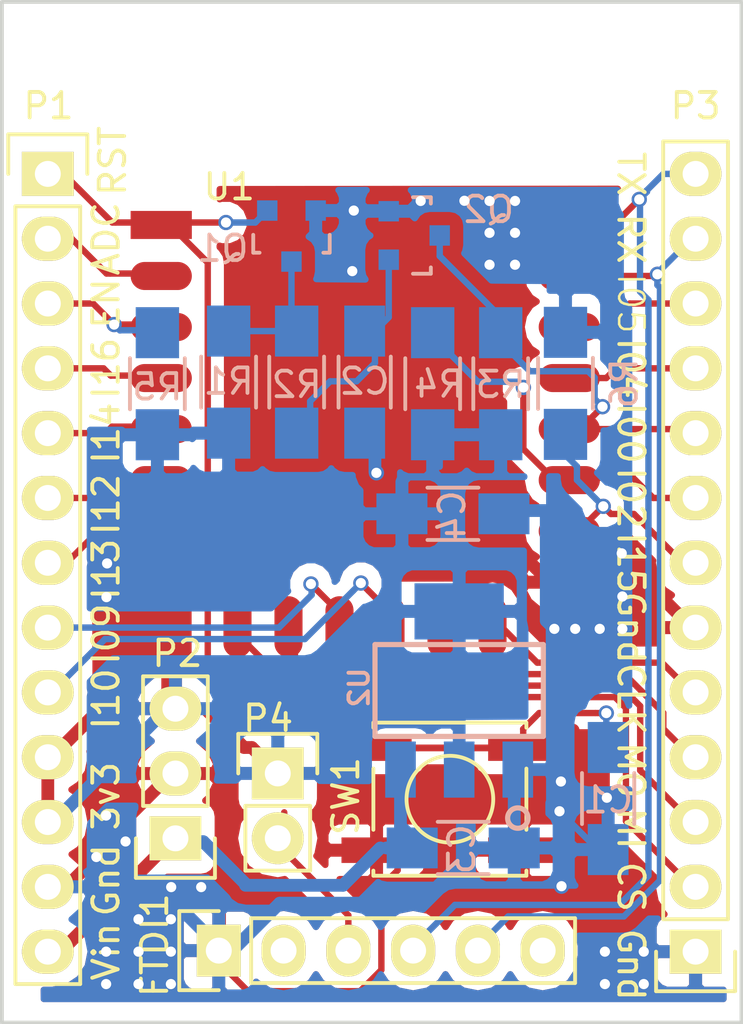
<source format=kicad_pcb>
(kicad_pcb (version 4) (host pcbnew 4.0.3-stable)

  (general
    (links 65)
    (no_connects 0)
    (area 114.346667 23.17 162.48 76.112333)
    (thickness 1.6)
    (drawings 36)
    (tracks 406)
    (zones 0)
    (modules 20)
    (nets 29)
  )

  (page A4)
  (layers
    (0 F.Cu signal)
    (31 B.Cu signal)
    (32 B.Adhes user)
    (33 F.Adhes user)
    (34 B.Paste user)
    (35 F.Paste user)
    (36 B.SilkS user)
    (37 F.SilkS user)
    (38 B.Mask user)
    (39 F.Mask user)
    (40 Dwgs.User user)
    (41 Cmts.User user)
    (42 Eco1.User user)
    (43 Eco2.User user hide)
    (44 Edge.Cuts user)
    (45 Margin user)
    (46 B.CrtYd user hide)
    (47 F.CrtYd user)
    (48 B.Fab user)
    (49 F.Fab user hide)
  )

  (setup
    (last_trace_width 0.25)
    (trace_clearance 0.2)
    (zone_clearance 0.508)
    (zone_45_only no)
    (trace_min 0.2)
    (segment_width 0.2)
    (edge_width 0.15)
    (via_size 0.6)
    (via_drill 0.4)
    (via_min_size 0.4)
    (via_min_drill 0.3)
    (uvia_size 0.3)
    (uvia_drill 0.1)
    (uvias_allowed no)
    (uvia_min_size 0.2)
    (uvia_min_drill 0.1)
    (pcb_text_width 0.3)
    (pcb_text_size 1.5 1.5)
    (mod_edge_width 0.15)
    (mod_text_size 1 1)
    (mod_text_width 0.15)
    (pad_size 2.2 3.5)
    (pad_drill 0)
    (pad_to_mask_clearance 0.2)
    (aux_axis_origin 0 0)
    (grid_origin 117.58 73.9)
    (visible_elements 7FFFFFFF)
    (pcbplotparams
      (layerselection 0x00030_80000001)
      (usegerberextensions false)
      (excludeedgelayer true)
      (linewidth 0.100000)
      (plotframeref false)
      (viasonmask false)
      (mode 1)
      (useauxorigin false)
      (hpglpennumber 1)
      (hpglpenspeed 20)
      (hpglpendiameter 15)
      (hpglpenoverlay 2)
      (psnegative false)
      (psa4output false)
      (plotreference true)
      (plotvalue true)
      (plotinvisibletext false)
      (padsonsilk false)
      (subtractmaskfromsilk false)
      (outputformat 1)
      (mirror false)
      (drillshape 1)
      (scaleselection 1)
      (outputdirectory ../))
  )

  (net 0 "")
  (net 1 GND)
  (net 2 "Net-(Q1-Pad3)")
  (net 3 "Net-(C2-Pad1)")
  (net 4 "Net-(FTDI1-Pad3)")
  (net 5 /TX)
  (net 6 /GPIO9)
  (net 7 /GPIO10)
  (net 8 /SCLK)
  (net 9 /MOSI)
  (net 10 /MISO)
  (net 11 /CS0)
  (net 12 /RX)
  (net 13 +3V3)
  (net 14 /CTS)
  (net 15 /DTR)
  (net 16 /Vin)
  (net 17 /RST)
  (net 18 /ADC)
  (net 19 /ENA)
  (net 20 /GPIO16)
  (net 21 /GPIO14)
  (net 22 /GPIO12)
  (net 23 /GPIO13)
  (net 24 /GPIO15)
  (net 25 /GPIO02)
  (net 26 /GPIO00)
  (net 27 /GPIO04)
  (net 28 /GPIO05)

  (net_class Default "This is the default net class."
    (clearance 0.2)
    (trace_width 0.25)
    (via_dia 0.6)
    (via_drill 0.4)
    (uvia_dia 0.3)
    (uvia_drill 0.1)
    (add_net /ADC)
    (add_net /CS0)
    (add_net /CTS)
    (add_net /DTR)
    (add_net /ENA)
    (add_net /GPIO00)
    (add_net /GPIO02)
    (add_net /GPIO04)
    (add_net /GPIO05)
    (add_net /GPIO10)
    (add_net /GPIO12)
    (add_net /GPIO13)
    (add_net /GPIO14)
    (add_net /GPIO15)
    (add_net /GPIO16)
    (add_net /GPIO9)
    (add_net /MISO)
    (add_net /MOSI)
    (add_net /RST)
    (add_net /RX)
    (add_net /SCLK)
    (add_net /TX)
    (add_net "Net-(C2-Pad1)")
    (add_net "Net-(FTDI1-Pad3)")
    (add_net "Net-(Q1-Pad3)")
  )

  (net_class Power ""
    (clearance 0.2)
    (trace_width 0.5)
    (via_dia 0.6)
    (via_drill 0.4)
    (uvia_dia 0.3)
    (uvia_drill 0.1)
    (add_net +3V3)
    (add_net /Vin)
    (add_net GND)
  )

  (module Pin_Headers:Pin_Header_Straight_1x13 (layer F.Cu) (tedit 0) (tstamp 56473D52)
    (at 144.78 71.12 180)
    (descr "Through hole pin header")
    (tags "pin header")
    (path /56473BAE)
    (fp_text reference P3 (at 0 33.147 180) (layer F.SilkS)
      (effects (font (size 1 1) (thickness 0.15)))
    )
    (fp_text value CONN_01X13 (at 0 -3.1 180) (layer F.Fab)
      (effects (font (size 1 1) (thickness 0.15)))
    )
    (fp_line (start -1.75 -1.75) (end -1.75 32.25) (layer F.CrtYd) (width 0.05))
    (fp_line (start 1.75 -1.75) (end 1.75 32.25) (layer F.CrtYd) (width 0.05))
    (fp_line (start -1.75 -1.75) (end 1.75 -1.75) (layer F.CrtYd) (width 0.05))
    (fp_line (start -1.75 32.25) (end 1.75 32.25) (layer F.CrtYd) (width 0.05))
    (fp_line (start -1.27 1.27) (end -1.27 31.75) (layer F.SilkS) (width 0.15))
    (fp_line (start -1.27 31.75) (end 1.27 31.75) (layer F.SilkS) (width 0.15))
    (fp_line (start 1.27 31.75) (end 1.27 1.27) (layer F.SilkS) (width 0.15))
    (fp_line (start 1.55 -1.55) (end 1.55 0) (layer F.SilkS) (width 0.15))
    (fp_line (start 1.27 1.27) (end -1.27 1.27) (layer F.SilkS) (width 0.15))
    (fp_line (start -1.55 0) (end -1.55 -1.55) (layer F.SilkS) (width 0.15))
    (fp_line (start -1.55 -1.55) (end 1.55 -1.55) (layer F.SilkS) (width 0.15))
    (pad 1 thru_hole rect (at 0 0 180) (size 2.032 1.7272) (drill 1.016) (layers *.Cu *.Mask F.SilkS)
      (net 1 GND))
    (pad 2 thru_hole oval (at 0 2.54 180) (size 2.032 1.7272) (drill 1.016) (layers *.Cu *.Mask F.SilkS)
      (net 11 /CS0))
    (pad 3 thru_hole oval (at 0 5.08 180) (size 2.032 1.7272) (drill 1.016) (layers *.Cu *.Mask F.SilkS)
      (net 10 /MISO))
    (pad 4 thru_hole oval (at 0 7.62 180) (size 2.032 1.7272) (drill 1.016) (layers *.Cu *.Mask F.SilkS)
      (net 9 /MOSI))
    (pad 5 thru_hole oval (at 0 10.16 180) (size 2.032 1.7272) (drill 1.016) (layers *.Cu *.Mask F.SilkS)
      (net 8 /SCLK))
    (pad 6 thru_hole oval (at 0 12.7 180) (size 2.032 1.7272) (drill 1.016) (layers *.Cu *.Mask F.SilkS)
      (net 1 GND))
    (pad 7 thru_hole oval (at 0 15.24 180) (size 2.032 1.7272) (drill 1.016) (layers *.Cu *.Mask F.SilkS)
      (net 24 /GPIO15))
    (pad 8 thru_hole oval (at 0 17.78 180) (size 2.032 1.7272) (drill 1.016) (layers *.Cu *.Mask F.SilkS)
      (net 25 /GPIO02))
    (pad 9 thru_hole oval (at 0 20.32 180) (size 2.032 1.7272) (drill 1.016) (layers *.Cu *.Mask F.SilkS)
      (net 26 /GPIO00))
    (pad 10 thru_hole oval (at 0 22.86 180) (size 2.032 1.7272) (drill 1.016) (layers *.Cu *.Mask F.SilkS)
      (net 27 /GPIO04))
    (pad 11 thru_hole oval (at 0 25.4 180) (size 2.032 1.7272) (drill 1.016) (layers *.Cu *.Mask F.SilkS)
      (net 28 /GPIO05))
    (pad 12 thru_hole oval (at 0 27.94 180) (size 2.032 1.7272) (drill 1.016) (layers *.Cu *.Mask F.SilkS)
      (net 12 /RX))
    (pad 13 thru_hole oval (at 0 30.48 180) (size 2.032 1.7272) (drill 1.016) (layers *.Cu *.Mask F.SilkS)
      (net 5 /TX))
    (model Pin_Headers.3dshapes/Pin_Header_Straight_1x13.wrl
      (at (xyz 0 -0.6 0))
      (scale (xyz 1 1 1))
      (rotate (xyz 0 0 90))
    )
  )

  (module SOT-23 (layer B.Cu) (tedit 553634F8) (tstamp 564606B6)
    (at 128.934 43.07824)
    (descr "SOT-23, Standard")
    (tags SOT-23)
    (path /5646071E)
    (attr smd)
    (fp_text reference Q1 (at -2.696 0.48276) (layer B.SilkS)
      (effects (font (size 1 1) (thickness 0.15)) (justify mirror))
    )
    (fp_text value BSS138 (at 0 -2.3) (layer B.Fab)
      (effects (font (size 1 1) (thickness 0.15)) (justify mirror))
    )
    (fp_line (start -1.65 1.6) (end 1.65 1.6) (layer B.CrtYd) (width 0.05))
    (fp_line (start 1.65 1.6) (end 1.65 -1.6) (layer B.CrtYd) (width 0.05))
    (fp_line (start 1.65 -1.6) (end -1.65 -1.6) (layer B.CrtYd) (width 0.05))
    (fp_line (start -1.65 -1.6) (end -1.65 1.6) (layer B.CrtYd) (width 0.05))
    (fp_line (start 1.29916 0.65024) (end 1.2509 0.65024) (layer B.SilkS) (width 0.15))
    (fp_line (start -1.49982 -0.0508) (end -1.49982 0.65024) (layer B.SilkS) (width 0.15))
    (fp_line (start -1.49982 0.65024) (end -1.2509 0.65024) (layer B.SilkS) (width 0.15))
    (fp_line (start 1.29916 0.65024) (end 1.49982 0.65024) (layer B.SilkS) (width 0.15))
    (fp_line (start 1.49982 0.65024) (end 1.49982 -0.0508) (layer B.SilkS) (width 0.15))
    (pad 1 smd rect (at -0.95 -1.00076) (size 0.8001 0.8001) (layers B.Cu B.Paste B.Mask)
      (net 17 /RST))
    (pad 2 smd rect (at 0.95 -1.00076) (size 0.8001 0.8001) (layers B.Cu B.Paste B.Mask)
      (net 1 GND))
    (pad 3 smd rect (at 0 0.99822) (size 0.8001 0.8001) (layers B.Cu B.Paste B.Mask)
      (net 2 "Net-(Q1-Pad3)"))
    (model Housings_SOT-23_SOT-143_TSOT-6.3dshapes/SOT-23.wrl
      (at (xyz 0 0 0))
      (scale (xyz 1 1 1))
      (rotate (xyz 0 0 0))
    )
  )

  (module SOT-23 (layer B.Cu) (tedit 553634F8) (tstamp 564606BD)
    (at 133.74878 43.053 90)
    (descr "SOT-23, Standard")
    (tags SOT-23)
    (path /5646075B)
    (attr smd)
    (fp_text reference Q2 (at 1.016 2.90322 180) (layer B.SilkS)
      (effects (font (size 1 1) (thickness 0.15)) (justify mirror))
    )
    (fp_text value BSS138 (at 0 -2.3 90) (layer B.Fab)
      (effects (font (size 1 1) (thickness 0.15)) (justify mirror))
    )
    (fp_line (start -1.65 1.6) (end 1.65 1.6) (layer B.CrtYd) (width 0.05))
    (fp_line (start 1.65 1.6) (end 1.65 -1.6) (layer B.CrtYd) (width 0.05))
    (fp_line (start 1.65 -1.6) (end -1.65 -1.6) (layer B.CrtYd) (width 0.05))
    (fp_line (start -1.65 -1.6) (end -1.65 1.6) (layer B.CrtYd) (width 0.05))
    (fp_line (start 1.29916 0.65024) (end 1.2509 0.65024) (layer B.SilkS) (width 0.15))
    (fp_line (start -1.49982 -0.0508) (end -1.49982 0.65024) (layer B.SilkS) (width 0.15))
    (fp_line (start -1.49982 0.65024) (end -1.2509 0.65024) (layer B.SilkS) (width 0.15))
    (fp_line (start 1.29916 0.65024) (end 1.49982 0.65024) (layer B.SilkS) (width 0.15))
    (fp_line (start 1.49982 0.65024) (end 1.49982 -0.0508) (layer B.SilkS) (width 0.15))
    (pad 1 smd rect (at -0.95 -1.00076 90) (size 0.8001 0.8001) (layers B.Cu B.Paste B.Mask)
      (net 3 "Net-(C2-Pad1)"))
    (pad 2 smd rect (at 0.95 -1.00076 90) (size 0.8001 0.8001) (layers B.Cu B.Paste B.Mask)
      (net 1 GND))
    (pad 3 smd rect (at 0 0.99822 90) (size 0.8001 0.8001) (layers B.Cu B.Paste B.Mask)
      (net 26 /GPIO00))
    (model Housings_SOT-23_SOT-143_TSOT-6.3dshapes/SOT-23.wrl
      (at (xyz 0 0 0))
      (scale (xyz 1 1 1))
      (rotate (xyz 0 0 0))
    )
  )

  (module Capacitors_SMD:C_1206_HandSoldering (layer B.Cu) (tedit 541A9C03) (tstamp 56460774)
    (at 141.351 65.119 270)
    (descr "Capacitor SMD 1206, hand soldering")
    (tags "capacitor 1206")
    (path /564604F7)
    (attr smd)
    (fp_text reference C1 (at 0.0574 0 360) (layer B.SilkS)
      (effects (font (size 1 1) (thickness 0.15)) (justify mirror))
    )
    (fp_text value "0.1 u" (at 0 -2.3 270) (layer B.Fab)
      (effects (font (size 1 1) (thickness 0.15)) (justify mirror))
    )
    (fp_line (start -3.3 1.15) (end 3.3 1.15) (layer B.CrtYd) (width 0.05))
    (fp_line (start -3.3 -1.15) (end 3.3 -1.15) (layer B.CrtYd) (width 0.05))
    (fp_line (start -3.3 1.15) (end -3.3 -1.15) (layer B.CrtYd) (width 0.05))
    (fp_line (start 3.3 1.15) (end 3.3 -1.15) (layer B.CrtYd) (width 0.05))
    (fp_line (start 1 1.025) (end -1 1.025) (layer B.SilkS) (width 0.15))
    (fp_line (start -1 -1.025) (end 1 -1.025) (layer B.SilkS) (width 0.15))
    (pad 1 smd rect (at -2 0 270) (size 2 1.6) (layers B.Cu B.Paste B.Mask)
      (net 17 /RST))
    (pad 2 smd rect (at 2 0 270) (size 2 1.6) (layers B.Cu B.Paste B.Mask)
      (net 1 GND))
    (model Capacitors_SMD.3dshapes/C_1206_HandSoldering.wrl
      (at (xyz 0 0 0))
      (scale (xyz 1 1 1))
      (rotate (xyz 0 0 0))
    )
  )

  (module Capacitors_SMD:C_1206_HandSoldering (layer B.Cu) (tedit 541A9C03) (tstamp 5646077A)
    (at 131.804 48.8 270)
    (descr "Capacitor SMD 1206, hand soldering")
    (tags "capacitor 1206")
    (path /56460B5E)
    (attr smd)
    (fp_text reference C2 (at -0.032 0 360) (layer B.SilkS)
      (effects (font (size 1 1) (thickness 0.15)) (justify mirror))
    )
    (fp_text value 2u2 (at 4.794 -0.254 270) (layer B.Fab)
      (effects (font (size 1 1) (thickness 0.15)) (justify mirror))
    )
    (fp_line (start -3.3 1.15) (end 3.3 1.15) (layer B.CrtYd) (width 0.05))
    (fp_line (start -3.3 -1.15) (end 3.3 -1.15) (layer B.CrtYd) (width 0.05))
    (fp_line (start -3.3 1.15) (end -3.3 -1.15) (layer B.CrtYd) (width 0.05))
    (fp_line (start 3.3 1.15) (end 3.3 -1.15) (layer B.CrtYd) (width 0.05))
    (fp_line (start 1 1.025) (end -1 1.025) (layer B.SilkS) (width 0.15))
    (fp_line (start -1 -1.025) (end 1 -1.025) (layer B.SilkS) (width 0.15))
    (pad 1 smd rect (at -2 0 270) (size 2 1.6) (layers B.Cu B.Paste B.Mask)
      (net 3 "Net-(C2-Pad1)"))
    (pad 2 smd rect (at 2 0 270) (size 2 1.6) (layers B.Cu B.Paste B.Mask)
      (net 1 GND))
    (model Capacitors_SMD.3dshapes/C_1206_HandSoldering.wrl
      (at (xyz 0 0 0))
      (scale (xyz 1 1 1))
      (rotate (xyz 0 0 0))
    )
  )

  (module Pin_Headers:Pin_Header_Straight_1x06 (layer F.Cu) (tedit 56509AFD) (tstamp 56460784)
    (at 126.084 71.079 90)
    (descr "Through hole pin header")
    (tags "pin header")
    (path /5645F6C6)
    (fp_text reference FTDI1 (at 0.213 -2.513 90) (layer F.SilkS)
      (effects (font (size 1 1) (thickness 0.15)))
    )
    (fp_text value CONN_01X06 (at 0 -3.1 90) (layer F.Fab)
      (effects (font (size 1 1) (thickness 0.15)))
    )
    (fp_line (start -1.75 -1.75) (end -1.75 14.45) (layer F.CrtYd) (width 0.05))
    (fp_line (start 1.75 -1.75) (end 1.75 14.45) (layer F.CrtYd) (width 0.05))
    (fp_line (start -1.75 -1.75) (end 1.75 -1.75) (layer F.CrtYd) (width 0.05))
    (fp_line (start -1.75 14.45) (end 1.75 14.45) (layer F.CrtYd) (width 0.05))
    (fp_line (start 1.27 1.27) (end 1.27 13.97) (layer F.SilkS) (width 0.15))
    (fp_line (start 1.27 13.97) (end -1.27 13.97) (layer F.SilkS) (width 0.15))
    (fp_line (start -1.27 13.97) (end -1.27 1.27) (layer F.SilkS) (width 0.15))
    (fp_line (start 1.55 -1.55) (end 1.55 0) (layer F.SilkS) (width 0.15))
    (fp_line (start 1.27 1.27) (end -1.27 1.27) (layer F.SilkS) (width 0.15))
    (fp_line (start -1.55 0) (end -1.55 -1.55) (layer F.SilkS) (width 0.15))
    (fp_line (start -1.55 -1.55) (end 1.55 -1.55) (layer F.SilkS) (width 0.15))
    (pad 1 thru_hole rect (at 0 0 90) (size 2.032 1.7272) (drill 1.016) (layers *.Cu *.Mask F.SilkS)
      (net 1 GND))
    (pad 2 thru_hole oval (at 0 2.54 90) (size 2.032 1.7272) (drill 1.016) (layers *.Cu *.Mask F.SilkS)
      (net 14 /CTS))
    (pad 3 thru_hole oval (at 0 5.08 90) (size 2.032 1.7272) (drill 1.016) (layers *.Cu *.Mask F.SilkS)
      (net 4 "Net-(FTDI1-Pad3)"))
    (pad 4 thru_hole oval (at 0 7.62 90) (size 2.032 1.7272) (drill 1.016) (layers *.Cu *.Mask F.SilkS)
      (net 5 /TX))
    (pad 5 thru_hole oval (at 0 10.16 90) (size 2.032 1.7272) (drill 1.016) (layers *.Cu *.Mask F.SilkS)
      (net 12 /RX))
    (pad 6 thru_hole oval (at 0 12.7 90) (size 2.032 1.7272) (drill 1.016) (layers *.Cu *.Mask F.SilkS)
      (net 15 /DTR))
    (model Pin_Headers.3dshapes/Pin_Header_Straight_1x06.wrl
      (at (xyz 0 -0.25 0))
      (scale (xyz 1 1 1))
      (rotate (xyz 0 0 90))
    )
  )

  (module Pin_Headers:Pin_Header_Straight_1x03 (layer F.Cu) (tedit 0) (tstamp 5646079B)
    (at 124.384 66.679 180)
    (descr "Through hole pin header")
    (tags "pin header")
    (path /5645F67F)
    (fp_text reference P2 (at -0.076 7.243 180) (layer F.SilkS)
      (effects (font (size 1 1) (thickness 0.15)))
    )
    (fp_text value CONN_01X03 (at 0 -3.1 180) (layer F.Fab)
      (effects (font (size 1 1) (thickness 0.15)))
    )
    (fp_line (start -1.75 -1.75) (end -1.75 6.85) (layer F.CrtYd) (width 0.05))
    (fp_line (start 1.75 -1.75) (end 1.75 6.85) (layer F.CrtYd) (width 0.05))
    (fp_line (start -1.75 -1.75) (end 1.75 -1.75) (layer F.CrtYd) (width 0.05))
    (fp_line (start -1.75 6.85) (end 1.75 6.85) (layer F.CrtYd) (width 0.05))
    (fp_line (start -1.27 1.27) (end -1.27 6.35) (layer F.SilkS) (width 0.15))
    (fp_line (start -1.27 6.35) (end 1.27 6.35) (layer F.SilkS) (width 0.15))
    (fp_line (start 1.27 6.35) (end 1.27 1.27) (layer F.SilkS) (width 0.15))
    (fp_line (start 1.55 -1.55) (end 1.55 0) (layer F.SilkS) (width 0.15))
    (fp_line (start 1.27 1.27) (end -1.27 1.27) (layer F.SilkS) (width 0.15))
    (fp_line (start -1.55 0) (end -1.55 -1.55) (layer F.SilkS) (width 0.15))
    (fp_line (start -1.55 -1.55) (end 1.55 -1.55) (layer F.SilkS) (width 0.15))
    (pad 1 thru_hole rect (at 0 0 180) (size 2.032 1.7272) (drill 1.016) (layers *.Cu *.Mask F.SilkS)
      (net 16 /Vin))
    (pad 2 thru_hole oval (at 0 2.54 180) (size 2.032 1.7272) (drill 1.016) (layers *.Cu *.Mask F.SilkS)
      (net 1 GND))
    (pad 3 thru_hole oval (at 0 5.08 180) (size 2.032 1.7272) (drill 1.016) (layers *.Cu *.Mask F.SilkS)
      (net 13 +3V3))
    (model Pin_Headers.3dshapes/Pin_Header_Straight_1x03.wrl
      (at (xyz 0 -0.1 0))
      (scale (xyz 1 1 1))
      (rotate (xyz 0 0 90))
    )
  )

  (module Resistors_SMD:R_1206_HandSoldering (layer B.Cu) (tedit 5418A20D) (tstamp 564607B1)
    (at 126.47 48.8 90)
    (descr "Resistor SMD 1206, hand soldering")
    (tags "resistor 1206")
    (path /56460C61)
    (attr smd)
    (fp_text reference R1 (at 0.032 0 180) (layer B.SilkS)
      (effects (font (size 1 1) (thickness 0.15)) (justify mirror))
    )
    (fp_text value 470K (at -5.429 0 90) (layer B.Fab)
      (effects (font (size 1 1) (thickness 0.15)) (justify mirror))
    )
    (fp_line (start -3.3 1.2) (end 3.3 1.2) (layer B.CrtYd) (width 0.05))
    (fp_line (start -3.3 -1.2) (end 3.3 -1.2) (layer B.CrtYd) (width 0.05))
    (fp_line (start -3.3 1.2) (end -3.3 -1.2) (layer B.CrtYd) (width 0.05))
    (fp_line (start 3.3 1.2) (end 3.3 -1.2) (layer B.CrtYd) (width 0.05))
    (fp_line (start 1 -1.075) (end -1 -1.075) (layer B.SilkS) (width 0.15))
    (fp_line (start -1 1.075) (end 1 1.075) (layer B.SilkS) (width 0.15))
    (pad 1 smd rect (at -2 0 90) (size 2 1.7) (layers B.Cu B.Paste B.Mask)
      (net 13 +3V3))
    (pad 2 smd rect (at 2 0 90) (size 2 1.7) (layers B.Cu B.Paste B.Mask)
      (net 2 "Net-(Q1-Pad3)"))
    (model Resistors_SMD.3dshapes/R_1206_HandSoldering.wrl
      (at (xyz 0 0 0))
      (scale (xyz 1 1 1))
      (rotate (xyz 0 0 0))
    )
  )

  (module Resistors_SMD:R_1206_HandSoldering (layer B.Cu) (tedit 5418A20D) (tstamp 564607B7)
    (at 129.137 48.8 90)
    (descr "Resistor SMD 1206, hand soldering")
    (tags "resistor 1206")
    (path /56460B19)
    (attr smd)
    (fp_text reference R2 (at -0.095 0 180) (layer B.SilkS)
      (effects (font (size 1 1) (thickness 0.15)) (justify mirror))
    )
    (fp_text value 100K (at -5.429 0.127 90) (layer B.Fab)
      (effects (font (size 1 1) (thickness 0.15)) (justify mirror))
    )
    (fp_line (start -3.3 1.2) (end 3.3 1.2) (layer B.CrtYd) (width 0.05))
    (fp_line (start -3.3 -1.2) (end 3.3 -1.2) (layer B.CrtYd) (width 0.05))
    (fp_line (start -3.3 1.2) (end -3.3 -1.2) (layer B.CrtYd) (width 0.05))
    (fp_line (start 3.3 1.2) (end 3.3 -1.2) (layer B.CrtYd) (width 0.05))
    (fp_line (start 1 -1.075) (end -1 -1.075) (layer B.SilkS) (width 0.15))
    (fp_line (start -1 1.075) (end 1 1.075) (layer B.SilkS) (width 0.15))
    (pad 1 smd rect (at -2 0 90) (size 2 1.7) (layers B.Cu B.Paste B.Mask)
      (net 3 "Net-(C2-Pad1)"))
    (pad 2 smd rect (at 2 0 90) (size 2 1.7) (layers B.Cu B.Paste B.Mask)
      (net 2 "Net-(Q1-Pad3)"))
    (model Resistors_SMD.3dshapes/R_1206_HandSoldering.wrl
      (at (xyz 0 0 0))
      (scale (xyz 1 1 1))
      (rotate (xyz 0 0 0))
    )
  )

  (module Resistors_SMD:R_1206_HandSoldering (layer B.Cu) (tedit 5418A20D) (tstamp 564607BD)
    (at 137.138 48.863 90)
    (descr "Resistor SMD 1206, hand soldering")
    (tags "resistor 1206")
    (path /564613A8)
    (attr smd)
    (fp_text reference R3 (at -0.032 0 180) (layer B.SilkS)
      (effects (font (size 1 1) (thickness 0.15)) (justify mirror))
    )
    (fp_text value 10K (at -4.985 0.127 90) (layer B.Fab)
      (effects (font (size 1 1) (thickness 0.15)) (justify mirror))
    )
    (fp_line (start -3.3 1.2) (end 3.3 1.2) (layer B.CrtYd) (width 0.05))
    (fp_line (start -3.3 -1.2) (end 3.3 -1.2) (layer B.CrtYd) (width 0.05))
    (fp_line (start -3.3 1.2) (end -3.3 -1.2) (layer B.CrtYd) (width 0.05))
    (fp_line (start 3.3 1.2) (end 3.3 -1.2) (layer B.CrtYd) (width 0.05))
    (fp_line (start 1 -1.075) (end -1 -1.075) (layer B.SilkS) (width 0.15))
    (fp_line (start -1 1.075) (end 1 1.075) (layer B.SilkS) (width 0.15))
    (pad 1 smd rect (at -2 0 90) (size 2 1.7) (layers B.Cu B.Paste B.Mask)
      (net 13 +3V3))
    (pad 2 smd rect (at 2 0 90) (size 2 1.7) (layers B.Cu B.Paste B.Mask)
      (net 26 /GPIO00))
    (model Resistors_SMD.3dshapes/R_1206_HandSoldering.wrl
      (at (xyz 0 0 0))
      (scale (xyz 1 1 1))
      (rotate (xyz 0 0 0))
    )
  )

  (module Resistors_SMD:R_1206_HandSoldering (layer B.Cu) (tedit 5418A20D) (tstamp 564607C3)
    (at 134.471 48.863 90)
    (descr "Resistor SMD 1206, hand soldering")
    (tags "resistor 1206")
    (path /564616C5)
    (attr smd)
    (fp_text reference R4 (at -0.018 0.254 180) (layer B.SilkS)
      (effects (font (size 1 1) (thickness 0.15)) (justify mirror))
    )
    (fp_text value 10K (at -4.731 0 90) (layer B.Fab)
      (effects (font (size 1 1) (thickness 0.15)) (justify mirror))
    )
    (fp_line (start -3.3 1.2) (end 3.3 1.2) (layer B.CrtYd) (width 0.05))
    (fp_line (start -3.3 -1.2) (end 3.3 -1.2) (layer B.CrtYd) (width 0.05))
    (fp_line (start -3.3 1.2) (end -3.3 -1.2) (layer B.CrtYd) (width 0.05))
    (fp_line (start 3.3 1.2) (end 3.3 -1.2) (layer B.CrtYd) (width 0.05))
    (fp_line (start 1 -1.075) (end -1 -1.075) (layer B.SilkS) (width 0.15))
    (fp_line (start -1 1.075) (end 1 1.075) (layer B.SilkS) (width 0.15))
    (pad 1 smd rect (at -2 0 90) (size 2 1.7) (layers B.Cu B.Paste B.Mask)
      (net 13 +3V3))
    (pad 2 smd rect (at 2 0 90) (size 2 1.7) (layers B.Cu B.Paste B.Mask)
      (net 25 /GPIO02))
    (model Resistors_SMD.3dshapes/R_1206_HandSoldering.wrl
      (at (xyz 0 0 0))
      (scale (xyz 1 1 1))
      (rotate (xyz 0 0 0))
    )
  )

  (module Resistors_SMD:R_1206_HandSoldering (layer B.Cu) (tedit 5418A20D) (tstamp 564607C9)
    (at 123.676 48.863 90)
    (descr "Resistor SMD 1206, hand soldering")
    (tags "resistor 1206")
    (path /56460548)
    (attr smd)
    (fp_text reference R5 (at -0.127 0 180) (layer B.SilkS)
      (effects (font (size 1 1) (thickness 0.15)) (justify mirror))
    )
    (fp_text value 10K (at -4.953 0 90) (layer B.Fab)
      (effects (font (size 1 1) (thickness 0.15)) (justify mirror))
    )
    (fp_line (start -3.3 1.2) (end 3.3 1.2) (layer B.CrtYd) (width 0.05))
    (fp_line (start -3.3 -1.2) (end 3.3 -1.2) (layer B.CrtYd) (width 0.05))
    (fp_line (start -3.3 1.2) (end -3.3 -1.2) (layer B.CrtYd) (width 0.05))
    (fp_line (start 3.3 1.2) (end 3.3 -1.2) (layer B.CrtYd) (width 0.05))
    (fp_line (start 1 -1.075) (end -1 -1.075) (layer B.SilkS) (width 0.15))
    (fp_line (start -1 1.075) (end 1 1.075) (layer B.SilkS) (width 0.15))
    (pad 1 smd rect (at -2 0 90) (size 2 1.7) (layers B.Cu B.Paste B.Mask)
      (net 13 +3V3))
    (pad 2 smd rect (at 2 0 90) (size 2 1.7) (layers B.Cu B.Paste B.Mask)
      (net 19 /ENA))
    (model Resistors_SMD.3dshapes/R_1206_HandSoldering.wrl
      (at (xyz 0 0 0))
      (scale (xyz 1 1 1))
      (rotate (xyz 0 0 0))
    )
  )

  (module ESP8266:ESP-12E (layer F.Cu) (tedit 559F8D21) (tstamp 564607EB)
    (at 123.827 42.641)
    (descr "Module, ESP-8266, ESP-12, 16 pad, SMD")
    (tags "Module ESP-8266 ESP8266")
    (path /5645F61B)
    (fp_text reference U1 (at 2.665 -1.493) (layer F.SilkS)
      (effects (font (size 1 1) (thickness 0.15)))
    )
    (fp_text value ESP-12E (at 8 1) (layer F.Fab)
      (effects (font (size 1 1) (thickness 0.15)))
    )
    (fp_line (start 16 -8.4) (end 0 -2.6) (layer F.CrtYd) (width 0.1524))
    (fp_line (start 0 -8.4) (end 16 -2.6) (layer F.CrtYd) (width 0.1524))
    (fp_text user "No Copper" (at 7.9 -5.4) (layer F.CrtYd)
      (effects (font (size 1 1) (thickness 0.15)))
    )
    (fp_line (start 0 -8.4) (end 0 -2.6) (layer F.CrtYd) (width 0.1524))
    (fp_line (start 0 -2.6) (end 16 -2.6) (layer F.CrtYd) (width 0.1524))
    (fp_line (start 16 -2.6) (end 16 -8.4) (layer F.CrtYd) (width 0.1524))
    (fp_line (start 16 -8.4) (end 0 -8.4) (layer F.CrtYd) (width 0.1524))
    (fp_line (start 16 -8.4) (end 16 15.6) (layer F.Fab) (width 0.1524))
    (fp_line (start 16 15.6) (end 0 15.6) (layer F.Fab) (width 0.1524))
    (fp_line (start 0 15.6) (end 0 -8.4) (layer F.Fab) (width 0.1524))
    (fp_line (start 0 -8.4) (end 16 -8.4) (layer F.Fab) (width 0.1524))
    (pad 9 smd oval (at 2.99 15.75 90) (size 2.4 1.1) (layers F.Cu F.Paste F.Mask)
      (net 11 /CS0))
    (pad 10 smd oval (at 4.99 15.75 90) (size 2.4 1.1) (layers F.Cu F.Paste F.Mask)
      (net 10 /MISO))
    (pad 11 smd oval (at 6.99 15.75 90) (size 2.4 1.1) (layers F.Cu F.Paste F.Mask)
      (net 6 /GPIO9))
    (pad 12 smd oval (at 8.99 15.75 90) (size 2.4 1.1) (layers F.Cu F.Paste F.Mask)
      (net 7 /GPIO10))
    (pad 13 smd oval (at 10.99 15.75 90) (size 2.4 1.1) (layers F.Cu F.Paste F.Mask)
      (net 9 /MOSI))
    (pad 14 smd oval (at 12.99 15.75 90) (size 2.4 1.1) (layers F.Cu F.Paste F.Mask)
      (net 8 /SCLK))
    (pad 1 smd rect (at 0 0) (size 2.4 1.1) (layers F.Cu F.Paste F.Mask)
      (net 17 /RST))
    (pad 2 smd oval (at 0 2) (size 2.4 1.1) (layers F.Cu F.Paste F.Mask)
      (net 18 /ADC))
    (pad 3 smd oval (at 0 4) (size 2.4 1.1) (layers F.Cu F.Paste F.Mask)
      (net 19 /ENA))
    (pad 4 smd oval (at 0 6) (size 2.4 1.1) (layers F.Cu F.Paste F.Mask)
      (net 20 /GPIO16))
    (pad 5 smd oval (at 0 8) (size 2.4 1.1) (layers F.Cu F.Paste F.Mask)
      (net 21 /GPIO14))
    (pad 6 smd oval (at 0 10) (size 2.4 1.1) (layers F.Cu F.Paste F.Mask)
      (net 22 /GPIO12))
    (pad 7 smd oval (at 0 12) (size 2.4 1.1) (layers F.Cu F.Paste F.Mask)
      (net 23 /GPIO13))
    (pad 8 smd oval (at 0 14) (size 2.4 1.1) (layers F.Cu F.Paste F.Mask)
      (net 13 +3V3))
    (pad 15 smd oval (at 16 14) (size 2.4 1.1) (layers F.Cu F.Paste F.Mask)
      (net 1 GND))
    (pad 16 smd oval (at 16 12) (size 2.4 1.1) (layers F.Cu F.Paste F.Mask)
      (net 24 /GPIO15))
    (pad 17 smd oval (at 16 10) (size 2.4 1.1) (layers F.Cu F.Paste F.Mask)
      (net 25 /GPIO02))
    (pad 18 smd oval (at 16 8) (size 2.4 1.1) (layers F.Cu F.Paste F.Mask)
      (net 26 /GPIO00))
    (pad 19 smd oval (at 16 6) (size 2.4 1.1) (layers F.Cu F.Paste F.Mask)
      (net 27 /GPIO04))
    (pad 20 smd oval (at 16 4) (size 2.4 1.1) (layers F.Cu F.Paste F.Mask)
      (net 28 /GPIO05))
    (pad 21 smd oval (at 16 2) (size 2.4 1.1) (layers F.Cu F.Paste F.Mask)
      (net 12 /RX))
    (pad 22 smd oval (at 16 0) (size 2.4 1.1) (layers F.Cu F.Paste F.Mask)
      (net 5 /TX))
  )

  (module Pin_Headers:Pin_Header_Straight_1x02 (layer F.Cu) (tedit 54EA090C) (tstamp 56463186)
    (at 128.397 64.135)
    (descr "Through hole pin header")
    (tags "pin header")
    (path /56463295)
    (fp_text reference P4 (at -0.381 -2.159) (layer F.SilkS)
      (effects (font (size 1 1) (thickness 0.15)))
    )
    (fp_text value CONN_01X02 (at 0 -3.1) (layer F.Fab)
      (effects (font (size 1 1) (thickness 0.15)))
    )
    (fp_line (start 1.27 1.27) (end 1.27 3.81) (layer F.SilkS) (width 0.15))
    (fp_line (start 1.55 -1.55) (end 1.55 0) (layer F.SilkS) (width 0.15))
    (fp_line (start -1.75 -1.75) (end -1.75 4.3) (layer F.CrtYd) (width 0.05))
    (fp_line (start 1.75 -1.75) (end 1.75 4.3) (layer F.CrtYd) (width 0.05))
    (fp_line (start -1.75 -1.75) (end 1.75 -1.75) (layer F.CrtYd) (width 0.05))
    (fp_line (start -1.75 4.3) (end 1.75 4.3) (layer F.CrtYd) (width 0.05))
    (fp_line (start 1.27 1.27) (end -1.27 1.27) (layer F.SilkS) (width 0.15))
    (fp_line (start -1.55 0) (end -1.55 -1.55) (layer F.SilkS) (width 0.15))
    (fp_line (start -1.55 -1.55) (end 1.55 -1.55) (layer F.SilkS) (width 0.15))
    (fp_line (start -1.27 1.27) (end -1.27 3.81) (layer F.SilkS) (width 0.15))
    (fp_line (start -1.27 3.81) (end 1.27 3.81) (layer F.SilkS) (width 0.15))
    (pad 1 thru_hole rect (at 0 0) (size 2.032 2.032) (drill 1.016) (layers *.Cu *.Mask F.SilkS)
      (net 13 +3V3))
    (pad 2 thru_hole oval (at 0 2.54) (size 2.032 2.032) (drill 1.016) (layers *.Cu *.Mask F.SilkS)
      (net 4 "Net-(FTDI1-Pad3)"))
    (model Pin_Headers.3dshapes/Pin_Header_Straight_1x02.wrl
      (at (xyz 0 -0.05 0))
      (scale (xyz 1 1 1))
      (rotate (xyz 0 0 90))
    )
  )

  (module Capacitors_SMD:C_1206_HandSoldering (layer B.Cu) (tedit 541A9C03) (tstamp 56473D3B)
    (at 135.668 67.056)
    (descr "Capacitor SMD 1206, hand soldering")
    (tags "capacitor 1206")
    (path /56473689)
    (attr smd)
    (fp_text reference C3 (at -0.0574 0.0508 90) (layer B.SilkS)
      (effects (font (size 1 1) (thickness 0.15)) (justify mirror))
    )
    (fp_text value 10u (at 0 -2.3) (layer B.Fab)
      (effects (font (size 1 1) (thickness 0.15)) (justify mirror))
    )
    (fp_line (start -3.3 1.15) (end 3.3 1.15) (layer B.CrtYd) (width 0.05))
    (fp_line (start -3.3 -1.15) (end 3.3 -1.15) (layer B.CrtYd) (width 0.05))
    (fp_line (start -3.3 1.15) (end -3.3 -1.15) (layer B.CrtYd) (width 0.05))
    (fp_line (start 3.3 1.15) (end 3.3 -1.15) (layer B.CrtYd) (width 0.05))
    (fp_line (start 1 1.025) (end -1 1.025) (layer B.SilkS) (width 0.15))
    (fp_line (start -1 -1.025) (end 1 -1.025) (layer B.SilkS) (width 0.15))
    (pad 1 smd rect (at -2 0) (size 2 1.6) (layers B.Cu B.Paste B.Mask)
      (net 16 /Vin))
    (pad 2 smd rect (at 2 0) (size 2 1.6) (layers B.Cu B.Paste B.Mask)
      (net 1 GND))
    (model Capacitors_SMD.3dshapes/C_1206_HandSoldering.wrl
      (at (xyz 0 0 0))
      (scale (xyz 1 1 1))
      (rotate (xyz 0 0 0))
    )
  )

  (module Capacitors_SMD:C_1206_HandSoldering (layer B.Cu) (tedit 541A9C03) (tstamp 56473D41)
    (at 135.265 53.961)
    (descr "Capacitor SMD 1206, hand soldering")
    (tags "capacitor 1206")
    (path /564736F0)
    (attr smd)
    (fp_text reference C4 (at -0.032 0.0635 90) (layer B.SilkS)
      (effects (font (size 1 1) (thickness 0.15)) (justify mirror))
    )
    (fp_text value 10u (at 0 -2.3) (layer B.Fab)
      (effects (font (size 1 1) (thickness 0.15)) (justify mirror))
    )
    (fp_line (start -3.3 1.15) (end 3.3 1.15) (layer B.CrtYd) (width 0.05))
    (fp_line (start -3.3 -1.15) (end 3.3 -1.15) (layer B.CrtYd) (width 0.05))
    (fp_line (start -3.3 1.15) (end -3.3 -1.15) (layer B.CrtYd) (width 0.05))
    (fp_line (start 3.3 1.15) (end 3.3 -1.15) (layer B.CrtYd) (width 0.05))
    (fp_line (start 1 1.025) (end -1 1.025) (layer B.SilkS) (width 0.15))
    (fp_line (start -1 -1.025) (end 1 -1.025) (layer B.SilkS) (width 0.15))
    (pad 1 smd rect (at -2 0) (size 2 1.6) (layers B.Cu B.Paste B.Mask)
      (net 13 +3V3))
    (pad 2 smd rect (at 2 0) (size 2 1.6) (layers B.Cu B.Paste B.Mask)
      (net 1 GND))
    (model Capacitors_SMD.3dshapes/C_1206_HandSoldering.wrl
      (at (xyz 0 0 0))
      (scale (xyz 1 1 1))
      (rotate (xyz 0 0 0))
    )
  )

  (module sot:SOT223 (layer B.Cu) (tedit 5648E670) (tstamp 56473D69)
    (at 135.509 60.885 90)
    (path /56473612)
    (solder_paste_margin -0.0762)
    (attr smd)
    (fp_text reference U2 (at 0.1155 -3.9243 270) (layer B.SilkS)
      (effects (font (size 0.762 0.762) (thickness 0.1524)) (justify mirror))
    )
    (fp_text value AP1117 (at 0.165 -0.105 180) (layer B.SilkS) hide
      (effects (font (size 0.762 0.762) (thickness 0.1524)) (justify mirror))
    )
    (fp_circle (center -5 2.3) (end -4.6 2.3) (layer B.SilkS) (width 0.2032))
    (fp_line (start -1.8 3.3) (end 1.8 3.3) (layer B.SilkS) (width 0.2032))
    (fp_line (start 1.8 3.3) (end 1.8 -3.3) (layer B.SilkS) (width 0.2032))
    (fp_line (start 1.8 -3.3) (end -1.8 -3.3) (layer B.SilkS) (width 0.2032))
    (fp_line (start -1.8 -3.3) (end -1.8 3.3) (layer B.SilkS) (width 0.2032))
    (pad 1 smd rect (at -3.1 2.3 90) (size 2.2 1.2) (layers B.Cu B.Paste B.Mask)
      (net 1 GND))
    (pad 2 smd rect (at -3.1 0 90) (size 2.2 1.2) (layers B.Cu B.Paste B.Mask)
      (net 13 +3V3))
    (pad 3 smd rect (at -3.1 -2.3 90) (size 2.2 1.2) (layers B.Cu B.Paste B.Mask)
      (net 16 /Vin))
    (pad 0 smd rect (at 3.1 0 90) (size 2.2 3.5) (layers B.Cu B.Paste B.Mask)
      (net 13 +3V3))
  )

  (module Pin_Headers:Pin_Header_Straight_1x13 (layer F.Cu) (tedit 0) (tstamp 56473D42)
    (at 119.38 40.64)
    (descr "Through hole pin header")
    (tags "pin header")
    (path /56473CDA)
    (fp_text reference P1 (at 0.0254 -2.667) (layer F.SilkS)
      (effects (font (size 1 1) (thickness 0.15)))
    )
    (fp_text value CONN_01X13 (at 0 -3.1) (layer F.Fab)
      (effects (font (size 1 1) (thickness 0.15)))
    )
    (fp_line (start -1.75 -1.75) (end -1.75 32.25) (layer F.CrtYd) (width 0.05))
    (fp_line (start 1.75 -1.75) (end 1.75 32.25) (layer F.CrtYd) (width 0.05))
    (fp_line (start -1.75 -1.75) (end 1.75 -1.75) (layer F.CrtYd) (width 0.05))
    (fp_line (start -1.75 32.25) (end 1.75 32.25) (layer F.CrtYd) (width 0.05))
    (fp_line (start -1.27 1.27) (end -1.27 31.75) (layer F.SilkS) (width 0.15))
    (fp_line (start -1.27 31.75) (end 1.27 31.75) (layer F.SilkS) (width 0.15))
    (fp_line (start 1.27 31.75) (end 1.27 1.27) (layer F.SilkS) (width 0.15))
    (fp_line (start 1.55 -1.55) (end 1.55 0) (layer F.SilkS) (width 0.15))
    (fp_line (start 1.27 1.27) (end -1.27 1.27) (layer F.SilkS) (width 0.15))
    (fp_line (start -1.55 0) (end -1.55 -1.55) (layer F.SilkS) (width 0.15))
    (fp_line (start -1.55 -1.55) (end 1.55 -1.55) (layer F.SilkS) (width 0.15))
    (pad 1 thru_hole rect (at 0 0) (size 2.032 1.7272) (drill 1.016) (layers *.Cu *.Mask F.SilkS)
      (net 17 /RST))
    (pad 2 thru_hole oval (at 0 2.54) (size 2.032 1.7272) (drill 1.016) (layers *.Cu *.Mask F.SilkS)
      (net 18 /ADC))
    (pad 3 thru_hole oval (at 0 5.08) (size 2.032 1.7272) (drill 1.016) (layers *.Cu *.Mask F.SilkS)
      (net 19 /ENA))
    (pad 4 thru_hole oval (at 0 7.62) (size 2.032 1.7272) (drill 1.016) (layers *.Cu *.Mask F.SilkS)
      (net 20 /GPIO16))
    (pad 5 thru_hole oval (at 0 10.16) (size 2.032 1.7272) (drill 1.016) (layers *.Cu *.Mask F.SilkS)
      (net 21 /GPIO14))
    (pad 6 thru_hole oval (at 0 12.7) (size 2.032 1.7272) (drill 1.016) (layers *.Cu *.Mask F.SilkS)
      (net 22 /GPIO12))
    (pad 7 thru_hole oval (at 0 15.24) (size 2.032 1.7272) (drill 1.016) (layers *.Cu *.Mask F.SilkS)
      (net 23 /GPIO13))
    (pad 8 thru_hole oval (at 0 17.78) (size 2.032 1.7272) (drill 1.016) (layers *.Cu *.Mask F.SilkS)
      (net 6 /GPIO9))
    (pad 9 thru_hole oval (at 0 20.32) (size 2.032 1.7272) (drill 1.016) (layers *.Cu *.Mask F.SilkS)
      (net 7 /GPIO10))
    (pad 10 thru_hole oval (at 0 22.86) (size 2.032 1.7272) (drill 1.016) (layers *.Cu *.Mask F.SilkS)
      (net 13 +3V3))
    (pad 11 thru_hole oval (at 0 25.4) (size 2.032 1.7272) (drill 1.016) (layers *.Cu *.Mask F.SilkS)
      (net 13 +3V3))
    (pad 12 thru_hole oval (at 0 27.94) (size 2.032 1.7272) (drill 1.016) (layers *.Cu *.Mask F.SilkS)
      (net 1 GND))
    (pad 13 thru_hole oval (at 0 30.48) (size 2.032 1.7272) (drill 1.016) (layers *.Cu *.Mask F.SilkS)
      (net 16 /Vin))
    (model Pin_Headers.3dshapes/Pin_Header_Straight_1x13.wrl
      (at (xyz 0 -0.6 0))
      (scale (xyz 1 1 1))
      (rotate (xyz 0 0 90))
    )
  )

  (module Buttons_Switches_SMD:SW_SPST_EVPBF (layer F.Cu) (tedit 55DAF9A7) (tstamp 564761C8)
    (at 135.1455 65.1444 180)
    (descr "Light Touch Switch")
    (path /5645F6F7)
    (attr smd)
    (fp_text reference SW1 (at 4.0815 0.1204 270) (layer F.SilkS)
      (effects (font (size 1 1) (thickness 0.15)))
    )
    (fp_text value SW_PUSH (at 0 0 180) (layer F.Fab)
      (effects (font (size 1 1) (thickness 0.15)))
    )
    (fp_line (start -4.5 -3.25) (end 4.5 -3.25) (layer F.CrtYd) (width 0.05))
    (fp_line (start 4.5 -3.25) (end 4.5 3.25) (layer F.CrtYd) (width 0.05))
    (fp_line (start 4.5 3.25) (end -4.5 3.25) (layer F.CrtYd) (width 0.05))
    (fp_line (start -4.5 3.25) (end -4.5 -3.25) (layer F.CrtYd) (width 0.05))
    (fp_line (start 3 -3) (end 3 -2.8) (layer F.SilkS) (width 0.15))
    (fp_line (start 3 3) (end 3 2.8) (layer F.SilkS) (width 0.15))
    (fp_line (start -3 3) (end -3 2.8) (layer F.SilkS) (width 0.15))
    (fp_line (start -3 -3) (end -3 -2.8) (layer F.SilkS) (width 0.15))
    (fp_line (start -3 -1.2) (end -3 1.2) (layer F.SilkS) (width 0.15))
    (fp_line (start 3 -1.2) (end 3 1.2) (layer F.SilkS) (width 0.15))
    (fp_line (start 3 -3) (end -3 -3) (layer F.SilkS) (width 0.15))
    (fp_line (start -3 3) (end 3 3) (layer F.SilkS) (width 0.15))
    (fp_circle (center 0 0) (end 1.7 0) (layer F.SilkS) (width 0.15))
    (pad 1 smd rect (at 2.875 -2 180) (size 2.75 1) (layers F.Cu F.Paste F.Mask)
      (net 1 GND))
    (pad 1 smd rect (at -2.875 -2 180) (size 2.75 1) (layers F.Cu F.Paste F.Mask)
      (net 1 GND))
    (pad 2 smd rect (at -2.875 2 180) (size 2.75 1) (layers F.Cu F.Paste F.Mask)
      (net 17 /RST))
    (pad 2 smd rect (at 2.875 2 180) (size 2.75 1) (layers F.Cu F.Paste F.Mask)
      (net 17 /RST))
  )

  (module Resistors_SMD:R_1206_HandSoldering (layer B.Cu) (tedit 5418A20D) (tstamp 57B9E655)
    (at 139.678 48.849 90)
    (descr "Resistor SMD 1206, hand soldering")
    (tags "resistor 1206")
    (path /57B9ECE9)
    (attr smd)
    (fp_text reference R6 (at 0 2.3 90) (layer B.SilkS)
      (effects (font (size 1 1) (thickness 0.15)) (justify mirror))
    )
    (fp_text value 10K (at 0 0.127 180) (layer B.Fab)
      (effects (font (size 1 1) (thickness 0.15)) (justify mirror))
    )
    (fp_line (start -3.3 1.2) (end 3.3 1.2) (layer B.CrtYd) (width 0.05))
    (fp_line (start -3.3 -1.2) (end 3.3 -1.2) (layer B.CrtYd) (width 0.05))
    (fp_line (start -3.3 1.2) (end -3.3 -1.2) (layer B.CrtYd) (width 0.05))
    (fp_line (start 3.3 1.2) (end 3.3 -1.2) (layer B.CrtYd) (width 0.05))
    (fp_line (start 1 -1.075) (end -1 -1.075) (layer B.SilkS) (width 0.15))
    (fp_line (start -1 1.075) (end 1 1.075) (layer B.SilkS) (width 0.15))
    (pad 1 smd rect (at -2 0 90) (size 2 1.7) (layers B.Cu B.Paste B.Mask)
      (net 24 /GPIO15))
    (pad 2 smd rect (at 2 0 90) (size 2 1.7) (layers B.Cu B.Paste B.Mask)
      (net 1 GND))
    (model Resistors_SMD.3dshapes/R_1206_HandSoldering.wrl
      (at (xyz 0 0 0))
      (scale (xyz 1 1 1))
      (rotate (xyz 0 0 0))
    )
  )

  (gr_line (start 117.58 33.9) (end 117.58 73.9) (layer Edge.Cuts) (width 0.15))
  (gr_line (start 146.58 33.9) (end 117.58 33.9) (layer Edge.Cuts) (width 0.15))
  (gr_line (start 146.58 73.9) (end 146.58 33.9) (layer Edge.Cuts) (width 0.15))
  (gr_line (start 117.58 73.9) (end 146.58 73.9) (layer Edge.Cuts) (width 0.15))
  (gr_text Gnd (at 142.24 71.628 270) (layer F.SilkS)
    (effects (font (size 1 1) (thickness 0.15)))
  )
  (gr_text CS (at 142.24 68.58 270) (layer F.SilkS)
    (effects (font (size 1 1) (thickness 0.15)))
  )
  (gr_text MI (at 142.24 66.294 270) (layer F.SilkS)
    (effects (font (size 1 1) (thickness 0.15)))
  )
  (gr_text MO (at 142.24 64.008 270) (layer F.SilkS)
    (effects (font (size 1 1) (thickness 0.15)))
  )
  (gr_text CLK (at 142.24 61.214 270) (layer F.SilkS)
    (effects (font (size 1 1) (thickness 0.15)))
  )
  (gr_text Gnd (at 142.24 58.42 270) (layer F.SilkS)
    (effects (font (size 1 1) (thickness 0.15)))
  )
  (gr_text I15 (at 142.24 55.88 270) (layer F.SilkS)
    (effects (font (size 1 1) (thickness 0.15)))
  )
  (gr_text I02 (at 142.24 53.34 270) (layer F.SilkS)
    (effects (font (size 1 1) (thickness 0.15)))
  )
  (gr_text I00 (at 142.24 50.8 270) (layer F.SilkS)
    (effects (font (size 1 1) (thickness 0.15)))
  )
  (gr_text I04 (at 142.24 48.26 270) (layer F.SilkS)
    (effects (font (size 1 1) (thickness 0.15)))
  )
  (gr_text I05 (at 142.24 45.72 270) (layer F.SilkS)
    (effects (font (size 1 1) (thickness 0.1)))
  )
  (gr_text RX (at 142.24 43.18 270) (layer F.SilkS)
    (effects (font (size 1 1) (thickness 0.15)))
  )
  (gr_text TX (at 142.24 40.64 270) (layer F.SilkS)
    (effects (font (size 1 1) (thickness 0.15)))
  )
  (gr_text I13 (at 121.666 56.134 90) (layer F.SilkS)
    (effects (font (size 1 1) (thickness 0.15)))
  )
  (gr_text I12 (at 121.666 53.594 90) (layer F.SilkS)
    (effects (font (size 1 1) (thickness 0.15)))
  )
  (gr_text I14 (at 121.666 50.8 90) (layer F.SilkS)
    (effects (font (size 1 1) (thickness 0.15)))
  )
  (gr_text I16 (at 121.666 48.26 90) (layer F.SilkS)
    (effects (font (size 1 1) (thickness 0.15)))
  )
  (gr_text EN (at 121.666 45.72 90) (layer F.SilkS)
    (effects (font (size 1 1) (thickness 0.15)))
  )
  (gr_text ADC (at 121.666 43.18 90) (layer F.SilkS)
    (effects (font (size 1 1) (thickness 0.15)))
  )
  (gr_text RST (at 121.92 40.132 90) (layer F.SilkS)
    (effects (font (size 1 1) (thickness 0.15)))
  )
  (gr_text I09 (at 121.666 58.674 90) (layer F.SilkS)
    (effects (font (size 1 1) (thickness 0.15)))
  )
  (gr_text I10 (at 121.666 61.214 90) (layer F.SilkS)
    (effects (font (size 1 1) (thickness 0.15)))
  )
  (gr_text 3v3 (at 121.666 65.024 90) (layer F.SilkS)
    (effects (font (size 1 1) (thickness 0.15)))
  )
  (gr_text Gnd (at 121.666 68.326 90) (layer F.SilkS)
    (effects (font (size 1 1) (thickness 0.15)))
  )
  (gr_text Vin (at 121.666 71.12 90) (layer F.SilkS)
    (effects (font (size 1 1) (thickness 0.15)))
  )
  (dimension 25.4 (width 0.3) (layer Eco2.User)
    (gr_text "25,400 mm" (at 132.13 29.18) (layer Eco2.User)
      (effects (font (size 1.5 1.5) (thickness 0.3)))
    )
    (feature1 (pts (xy 144.83 40.69) (xy 144.83 27.83)))
    (feature2 (pts (xy 119.43 40.69) (xy 119.43 27.83)))
    (crossbar (pts (xy 119.43 30.53) (xy 144.83 30.53)))
    (arrow1a (pts (xy 144.83 30.53) (xy 143.703496 31.116421)))
    (arrow1b (pts (xy 144.83 30.53) (xy 143.703496 29.943579)))
    (arrow2a (pts (xy 119.43 30.53) (xy 120.556504 31.116421)))
    (arrow2b (pts (xy 119.43 30.53) (xy 120.556504 29.943579)))
  )
  (dimension 40 (width 0.3) (layer Eco2.User)
    (gr_text "40,000 mm" (at 155.98 53.87 270) (layer Eco2.User)
      (effects (font (size 1.5 1.5) (thickness 0.3)))
    )
    (feature1 (pts (xy 146.63 73.87) (xy 157.33 73.87)))
    (feature2 (pts (xy 146.63 33.87) (xy 157.33 33.87)))
    (crossbar (pts (xy 154.63 33.87) (xy 154.63 73.87)))
    (arrow1a (pts (xy 154.63 73.87) (xy 154.043579 72.743496)))
    (arrow1b (pts (xy 154.63 73.87) (xy 155.216421 72.743496)))
    (arrow2a (pts (xy 154.63 33.87) (xy 154.043579 34.996504)))
    (arrow2b (pts (xy 154.63 33.87) (xy 155.216421 34.996504)))
  )
  (dimension 29 (width 0.3) (layer Eco2.User)
    (gr_text "29,000 mm" (at 132.13 24.52) (layer Eco2.User)
      (effects (font (size 1.5 1.5) (thickness 0.3)))
    )
    (feature1 (pts (xy 146.63 33.87) (xy 146.63 23.17)))
    (feature2 (pts (xy 117.63 33.87) (xy 117.63 23.17)))
    (crossbar (pts (xy 117.63 25.87) (xy 146.63 25.87)))
    (arrow1a (pts (xy 146.63 25.87) (xy 145.503496 26.456421)))
    (arrow1b (pts (xy 146.63 25.87) (xy 145.503496 25.283579)))
    (arrow2a (pts (xy 117.63 25.87) (xy 118.756504 26.456421)))
    (arrow2b (pts (xy 117.63 25.87) (xy 118.756504 25.283579)))
  )
  (gr_line (start 146.63 73.87) (end 117.63 73.87) (layer Eco2.User) (width 0.2))
  (gr_line (start 146.63 33.87) (end 146.63 73.87) (layer Eco2.User) (width 0.2))
  (gr_line (start 117.63 33.87) (end 146.63 33.87) (layer Eco2.User) (width 0.2))
  (gr_line (start 117.63 73.87) (end 117.63 33.87) (layer Eco2.User) (width 0.2))

  (segment (start 138.924 54.596) (end 138.924 58.152) (width 0.5) (layer B.Cu) (net 1))
  (segment (start 138.924 54.152) (end 138.924 54.596) (width 0.5) (layer B.Cu) (net 1))
  (segment (start 137.392 53.834) (end 138.892 53.834) (width 0.5) (layer B.Cu) (net 1))
  (segment (start 138.892 53.834) (end 138.924 53.866) (width 0.5) (layer B.Cu) (net 1))
  (segment (start 138.924 53.866) (end 138.924 54.596) (width 0.5) (layer B.Cu) (net 1))
  (segment (start 140.186 60.374) (end 140.186 60.524) (width 0.5) (layer B.Cu) (net 1))
  (segment (start 140.186 60.524) (end 139.499633 61.210367) (width 0.5) (layer B.Cu) (net 1))
  (segment (start 139.499633 61.210367) (end 139.499633 64.451892) (width 0.5) (layer B.Cu) (net 1))
  (segment (start 141.909 57.2) (end 141.909 55.536591) (width 0.5) (layer B.Cu) (net 1))
  (via (at 141.883558 55.511149) (size 0.6) (drill 0.4) (layers F.Cu B.Cu) (net 1))
  (segment (start 141.909 55.536591) (end 141.883558 55.511149) (width 0.5) (layer B.Cu) (net 1))
  (via (at 137.7 44.2) (size 0.6) (drill 0.4) (layers F.Cu B.Cu) (net 1) (tstamp 5648E800))
  (via (at 137.7 42.95) (size 0.6) (drill 0.4) (layers F.Cu B.Cu) (net 1) (tstamp 5648E7FF))
  (via (at 136.7 44.2) (size 0.6) (drill 0.4) (layers F.Cu B.Cu) (net 1) (tstamp 5648E7FE))
  (via (at 136.7 42.95) (size 0.6) (drill 0.4) (layers F.Cu B.Cu) (net 1) (tstamp 5648E7FD))
  (segment (start 137.645972 43.554189) (end 137.645972 43.978453) (width 0.5) (layer F.Cu) (net 1))
  (segment (start 137.7 43.924425) (end 137.645972 43.978453) (width 0.5) (layer B.Cu) (net 1))
  (segment (start 137.687727 42.781383) (end 137.645972 42.823138) (width 0.5) (layer F.Cu) (net 1))
  (segment (start 137.7 42.76911) (end 137.7 43.924425) (width 0.5) (layer B.Cu) (net 1))
  (segment (start 137.631707 43.964188) (end 137.645972 43.978453) (width 0.5) (layer B.Cu) (net 1))
  (segment (start 137.645972 44.402717) (end 137.645972 43.978453) (width 0.5) (layer F.Cu) (net 1))
  (segment (start 136.761565 43.964188) (end 137.631707 43.964188) (width 0.5) (layer B.Cu) (net 1))
  (segment (start 137.706706 44.463451) (end 137.645972 44.402717) (width 0.5) (layer F.Cu) (net 1))
  (segment (start 137.802883 44.463451) (end 137.706706 44.463451) (width 0.5) (layer F.Cu) (net 1))
  (segment (start 137.645972 42.823138) (end 137.645972 43.554189) (width 0.5) (layer F.Cu) (net 1))
  (segment (start 136.747298 43.949921) (end 136.761565 43.964188) (width 0.5) (layer F.Cu) (net 1))
  (segment (start 136.747298 42.80875) (end 136.747298 43.949921) (width 0.5) (layer F.Cu) (net 1))
  (segment (start 137.7 41.7) (end 137.7 42.76911) (width 0.5) (layer B.Cu) (net 1))
  (segment (start 136.7 41.7) (end 137.7 41.7) (width 0.5) (layer F.Cu) (net 1))
  (via (at 137.7 41.7) (size 0.6) (drill 0.4) (layers F.Cu B.Cu) (net 1))
  (segment (start 135.715785 41.693412) (end 136.693412 41.693412) (width 0.5) (layer B.Cu) (net 1))
  (segment (start 136.693412 41.693412) (end 136.7 41.7) (width 0.5) (layer B.Cu) (net 1))
  (via (at 136.7 41.7) (size 0.6) (drill 0.4) (layers F.Cu B.Cu) (net 1))
  (segment (start 137.7 42.76911) (end 137.687727 42.781383) (width 0.5) (layer B.Cu) (net 1))
  (segment (start 135.709197 41.7) (end 135.715785 41.693412) (width 0.5) (layer F.Cu) (net 1))
  (segment (start 134 41.7) (end 135.709197 41.7) (width 0.5) (layer F.Cu) (net 1))
  (segment (start 135.722373 41.7) (end 135.715785 41.693412) (width 0.5) (layer B.Cu) (net 1))
  (segment (start 136.7 41.7) (end 135.722373 41.7) (width 0.5) (layer B.Cu) (net 1))
  (via (at 135.715785 41.693412) (size 0.6) (drill 0.4) (layers F.Cu B.Cu) (net 1))
  (segment (start 131.377891 42.07748) (end 131.377891 44.390109) (width 0.5) (layer B.Cu) (net 1))
  (segment (start 131.377891 44.390109) (end 131.318 44.45) (width 0.5) (layer B.Cu) (net 1))
  (via (at 131.318 44.45) (size 0.6) (drill 0.4) (layers F.Cu B.Cu) (net 1))
  (segment (start 138.924 58.152) (end 139.242 58.47) (width 0.5) (layer B.Cu) (net 1))
  (segment (start 121.282675 67.835107) (end 121.282675 67.410843) (width 0.5) (layer B.Cu) (net 1))
  (segment (start 121.891518 66.802) (end 121.582674 67.110844) (width 0.5) (layer B.Cu) (net 1))
  (segment (start 122.428 66.802) (end 121.891518 66.802) (width 0.5) (layer B.Cu) (net 1))
  (segment (start 121.282675 68.193325) (end 121.282675 67.835107) (width 0.5) (layer B.Cu) (net 1))
  (segment (start 121.582674 66.787926) (end 121.582674 67.110844) (width 0.5) (layer F.Cu) (net 1))
  (segment (start 124.2316 64.139) (end 121.582674 66.787926) (width 0.5) (layer F.Cu) (net 1))
  (segment (start 120.896 68.58) (end 121.282675 68.193325) (width 0.5) (layer B.Cu) (net 1))
  (segment (start 120.982676 67.710842) (end 121.282675 67.410843) (width 0.5) (layer F.Cu) (net 1))
  (segment (start 121.582674 67.110844) (end 121.282675 67.410843) (width 0.5) (layer B.Cu) (net 1))
  (segment (start 120.113518 68.58) (end 120.982676 67.710842) (width 0.5) (layer F.Cu) (net 1))
  (segment (start 119.7906 68.58) (end 120.113518 68.58) (width 0.5) (layer F.Cu) (net 1))
  (segment (start 121.582674 67.110844) (end 121.282675 67.410843) (width 0.5) (layer F.Cu) (net 1))
  (segment (start 119.38 68.58) (end 120.896 68.58) (width 0.5) (layer B.Cu) (net 1))
  (via (at 121.282675 67.410843) (size 0.6) (drill 0.4) (layers F.Cu B.Cu) (net 1))
  (segment (start 137.668 67.056) (end 137.668 64.126) (width 0.5) (layer B.Cu) (net 1))
  (segment (start 137.668 64.126) (end 137.809 63.985) (width 0.5) (layer B.Cu) (net 1))
  (segment (start 141.224 72.39) (end 142.748 72.39) (width 0.5) (layer B.Cu) (net 1))
  (via (at 142.748 72.39) (size 0.6) (drill 0.4) (layers F.Cu B.Cu) (net 1))
  (segment (start 141.224 71.12) (end 141.224 72.39) (width 0.5) (layer F.Cu) (net 1))
  (via (at 141.224 72.39) (size 0.6) (drill 0.4) (layers F.Cu B.Cu) (net 1))
  (segment (start 142.748 71.12) (end 141.224 71.12) (width 0.5) (layer B.Cu) (net 1))
  (via (at 141.224 71.12) (size 0.6) (drill 0.4) (layers F.Cu B.Cu) (net 1))
  (segment (start 144.78 71.12) (end 142.748 71.12) (width 0.5) (layer B.Cu) (net 1))
  (via (at 142.748 71.12) (size 0.6) (drill 0.4) (layers F.Cu B.Cu) (net 1))
  (segment (start 122.428 66.802) (end 122.428 66.548) (width 0.5) (layer F.Cu) (net 1))
  (segment (start 122.428 66.548) (end 121.666 65.786) (width 0.5) (layer F.Cu) (net 1))
  (via (at 121.666 65.786) (size 0.6) (drill 0.4) (layers F.Cu B.Cu) (net 1))
  (via (at 122.428 66.802) (size 0.6) (drill 0.4) (layers F.Cu B.Cu) (net 1))
  (segment (start 125.39334 68.654228) (end 125.39334 68.59009) (width 0.5) (layer F.Cu) (net 1))
  (segment (start 125.265064 68.782504) (end 125.39334 68.654228) (width 0.5) (layer F.Cu) (net 1))
  (segment (start 124.217475 68.59009) (end 125.39334 68.59009) (width 0.5) (layer B.Cu) (net 1))
  (via (at 125.39334 68.59009) (size 0.6) (drill 0.4) (layers F.Cu B.Cu) (net 1))
  (segment (start 124.206 68.601565) (end 124.217475 68.59009) (width 0.5) (layer F.Cu) (net 1))
  (segment (start 124.206 72.39) (end 124.206 68.601565) (width 0.5) (layer F.Cu) (net 1))
  (via (at 124.217475 68.59009) (size 0.6) (drill 0.4) (layers F.Cu B.Cu) (net 1))
  (segment (start 126.238 64.727) (end 126.238 68.803883) (width 0.25) (layer F.Cu) (net 1))
  (segment (start 126.238 68.803883) (end 126.238 70.925) (width 0.25) (layer F.Cu) (net 1))
  (segment (start 122.936 72.39) (end 124.206 72.39) (width 0.5) (layer B.Cu) (net 1))
  (via (at 124.206 72.39) (size 0.6) (drill 0.4) (layers F.Cu B.Cu) (net 1))
  (segment (start 121.666 72.39) (end 122.936 72.39) (width 0.5) (layer F.Cu) (net 1))
  (via (at 122.936 72.39) (size 0.6) (drill 0.4) (layers F.Cu B.Cu) (net 1))
  (segment (start 121.666 71.12) (end 121.666 72.39) (width 0.5) (layer B.Cu) (net 1))
  (via (at 121.666 72.39) (size 0.6) (drill 0.4) (layers F.Cu B.Cu) (net 1))
  (segment (start 122.936 71.12) (end 121.666 71.12) (width 0.5) (layer F.Cu) (net 1))
  (via (at 121.666 71.12) (size 0.6) (drill 0.4) (layers F.Cu B.Cu) (net 1))
  (segment (start 122.936 69.85) (end 122.936 71.12) (width 0.5) (layer B.Cu) (net 1))
  (via (at 122.936 71.12) (size 0.6) (drill 0.4) (layers F.Cu B.Cu) (net 1))
  (segment (start 124.206 69.85) (end 122.936 69.85) (width 0.5) (layer F.Cu) (net 1))
  (via (at 122.936 69.85) (size 0.6) (drill 0.4) (layers F.Cu B.Cu) (net 1))
  (segment (start 124.206 71.12) (end 124.206 69.85) (width 0.5) (layer B.Cu) (net 1))
  (via (at 124.206 69.85) (size 0.6) (drill 0.4) (layers F.Cu B.Cu) (net 1))
  (segment (start 126.084 71.079) (end 124.247 71.079) (width 0.5) (layer F.Cu) (net 1))
  (segment (start 124.247 71.079) (end 124.206 71.12) (width 0.5) (layer F.Cu) (net 1))
  (via (at 124.206 71.12) (size 0.6) (drill 0.4) (layers F.Cu B.Cu) (net 1))
  (segment (start 132.74802 42.103) (end 133.597 42.103) (width 0.5) (layer B.Cu) (net 1))
  (segment (start 133.597 42.103) (end 134 41.7) (width 0.5) (layer B.Cu) (net 1))
  (via (at 134 41.7) (size 0.6) (drill 0.4) (layers F.Cu B.Cu) (net 1))
  (segment (start 141.02 58.47) (end 140.059379 58.47) (width 0.5) (layer F.Cu) (net 1))
  (segment (start 139.242 58.47) (end 140.059379 58.47) (width 0.5) (layer B.Cu) (net 1))
  (via (at 140.059379 58.47) (size 0.6) (drill 0.4) (layers F.Cu B.Cu) (net 1))
  (via (at 139.242 58.47) (size 0.6) (drill 0.4) (layers F.Cu B.Cu) (net 1))
  (segment (start 141.909 58.47) (end 141.02 58.47) (width 0.5) (layer B.Cu) (net 1))
  (via (at 141.02 58.47) (size 0.6) (drill 0.4) (layers F.Cu B.Cu) (net 1))
  (segment (start 144.78 58.42) (end 141.959 58.42) (width 0.5) (layer F.Cu) (net 1))
  (segment (start 141.959 58.42) (end 141.909 58.47) (width 0.5) (layer F.Cu) (net 1))
  (via (at 141.909 58.47) (size 0.6) (drill 0.4) (layers F.Cu B.Cu) (net 1))
  (segment (start 143.264 57.0564) (end 142.0526 57.0564) (width 0.5) (layer F.Cu) (net 1))
  (segment (start 142.0526 57.0564) (end 141.909 57.2) (width 0.5) (layer F.Cu) (net 1))
  (segment (start 144.6276 58.42) (end 143.264 57.0564) (width 0.5) (layer F.Cu) (net 1))
  (segment (start 144.78 58.42) (end 144.6276 58.42) (width 0.5) (layer F.Cu) (net 1))
  (via (at 141.909 57.2) (size 0.6) (drill 0.4) (layers F.Cu B.Cu) (net 1))
  (segment (start 126.084 71.079) (end 126.613875 71.079) (width 0.5) (layer B.Cu) (net 1))
  (segment (start 126.613875 71.079) (end 128.473066 69.219809) (width 0.5) (layer B.Cu) (net 1))
  (segment (start 136.168 67.056) (end 137.668 67.056) (width 0.5) (layer B.Cu) (net 1))
  (segment (start 128.473066 69.219809) (end 134.004191 69.219809) (width 0.5) (layer B.Cu) (net 1))
  (segment (start 134.004191 69.219809) (end 136.168 67.056) (width 0.5) (layer B.Cu) (net 1))
  (segment (start 119.38 68.58) (end 123.7374 68.58) (width 0.5) (layer B.Cu) (net 1))
  (segment (start 126.084 70.9266) (end 126.084 71.079) (width 0.5) (layer B.Cu) (net 1))
  (segment (start 123.7374 68.58) (end 126.084 70.9266) (width 0.5) (layer B.Cu) (net 1))
  (segment (start 139.199634 64.151893) (end 139.499633 64.451892) (width 0.5) (layer B.Cu) (net 1))
  (segment (start 139.032741 63.985) (end 139.199634 64.151893) (width 0.5) (layer B.Cu) (net 1))
  (segment (start 137.809 63.985) (end 139.032741 63.985) (width 0.5) (layer B.Cu) (net 1))
  (via (at 139.499633 64.451892) (size 0.6) (drill 0.4) (layers F.Cu B.Cu) (net 1))
  (segment (start 139.743585 65.917775) (end 139.443586 65.617776) (width 0.25) (layer B.Cu) (net 1))
  (segment (start 141.00881 67.183) (end 139.743585 65.917775) (width 0.25) (layer B.Cu) (net 1))
  (segment (start 141.859 67.183) (end 141.00881 67.183) (width 0.25) (layer B.Cu) (net 1))
  (via (at 139.443586 65.617776) (size 0.6) (drill 0.4) (layers F.Cu B.Cu) (net 1))
  (segment (start 139.974289 66.098523) (end 139.974289 62.442905) (width 0.25) (layer F.Cu) (net 1))
  (segment (start 139.974289 62.442905) (end 139.974289 65.087073) (width 0.5) (layer F.Cu) (net 1))
  (segment (start 139.974289 65.087073) (end 139.743585 65.317777) (width 0.5) (layer F.Cu) (net 1))
  (segment (start 139.266131 65.582242) (end 139.974289 64.874084) (width 0.5) (layer F.Cu) (net 1))
  (segment (start 139.743585 65.317777) (end 139.443586 65.617776) (width 0.5) (layer F.Cu) (net 1))
  (segment (start 138.889734 67.183078) (end 139.974289 66.098523) (width 0.25) (layer F.Cu) (net 1))
  (segment (start 139.974289 64.874084) (end 139.974289 62.442905) (width 0.5) (layer F.Cu) (net 1))
  (segment (start 141.351 67.119) (end 141.351 65.1383) (width 0.5) (layer B.Cu) (net 1))
  (segment (start 141.351 65.1383) (end 141.3002 65.0875) (width 0.5) (layer B.Cu) (net 1))
  (via (at 141.3002 65.0875) (size 0.6) (drill 0.4) (layers F.Cu B.Cu) (net 1))
  (segment (start 132.564108 52.655538) (end 132.264109 52.355539) (width 0.25) (layer F.Cu) (net 1))
  (segment (start 135.40757 55.499) (end 132.564108 52.655538) (width 0.25) (layer F.Cu) (net 1))
  (segment (start 132.262539 52.355539) (end 132.264109 52.355539) (width 0.5) (layer B.Cu) (net 1))
  (segment (start 132.207 52.3) (end 132.262539 52.355539) (width 0.5) (layer B.Cu) (net 1))
  (segment (start 132.207 50.8) (end 132.207 52.3) (width 0.5) (layer B.Cu) (net 1))
  (segment (start 137.922 55.499) (end 135.40757 55.499) (width 0.25) (layer F.Cu) (net 1))
  (via (at 132.264109 52.355539) (size 0.6) (drill 0.4) (layers F.Cu B.Cu) (net 1))
  (segment (start 129.884 42.07748) (end 131.377891 42.07748) (width 0.5) (layer B.Cu) (net 1))
  (segment (start 131.377891 42.07748) (end 132.7225 42.07748) (width 0.5) (layer B.Cu) (net 1))
  (segment (start 132.74802 42.103) (end 131.403411 42.103) (width 0.5) (layer B.Cu) (net 1))
  (segment (start 131.403411 42.103) (end 131.377891 42.07748) (width 0.5) (layer B.Cu) (net 1))
  (via (at 131.377891 42.07748) (size 0.6) (drill 0.4) (layers F.Cu B.Cu) (net 1))
  (via (at 139.5222 68.5546) (size 0.6) (drill 0.4) (layers F.Cu B.Cu) (net 1) (tstamp 564752E1))
  (segment (start 119.38 68.58) (end 119.7906 68.58) (width 0.25) (layer F.Cu) (net 1))
  (segment (start 124.2316 64.139) (end 124.384 64.139) (width 0.25) (layer F.Cu) (net 1))
  (segment (start 138.846 67.183) (end 139.721 67.183) (width 0.25) (layer F.Cu) (net 1))
  (segment (start 139.721 68.580678) (end 142.260322 71.12) (width 0.25) (layer F.Cu) (net 1))
  (segment (start 142.260322 71.12) (end 142.367 71.12) (width 0.25) (layer F.Cu) (net 1))
  (segment (start 139.721 67.183) (end 139.721 68.580678) (width 0.25) (layer F.Cu) (net 1))
  (segment (start 142.367 71.12) (end 144.78 71.12) (width 0.25) (layer F.Cu) (net 1))
  (segment (start 133.096 67.183) (end 139.804265 67.183) (width 0.25) (layer F.Cu) (net 1))
  (segment (start 139.804265 67.183) (end 139.840496 67.219231) (width 0.25) (layer F.Cu) (net 1))
  (segment (start 132.7225 42.07748) (end 132.74802 42.103) (width 0.25) (layer B.Cu) (net 1))
  (segment (start 137.922 55.499) (end 138.968 56.545) (width 0.5) (layer F.Cu) (net 1))
  (segment (start 138.968 56.545) (end 140.081 56.545) (width 0.25) (layer F.Cu) (net 1))
  (segment (start 133.096 67.183) (end 133.096 67.933) (width 0.25) (layer F.Cu) (net 1))
  (segment (start 133.096 67.933) (end 132.459204 68.569796) (width 0.25) (layer F.Cu) (net 1))
  (segment (start 132.459204 68.569796) (end 132.459204 71.834193) (width 0.25) (layer F.Cu) (net 1))
  (segment (start 132.459204 71.834193) (end 131.624716 72.668681) (width 0.25) (layer F.Cu) (net 1))
  (segment (start 131.624716 72.668681) (end 127.228388 72.668681) (width 0.25) (layer F.Cu) (net 1))
  (segment (start 127.228388 72.668681) (end 126.084 71.524293) (width 0.25) (layer F.Cu) (net 1))
  (segment (start 126.084 71.524293) (end 126.084 71.079) (width 0.25) (layer F.Cu) (net 1))
  (segment (start 124.384 64.139) (end 125.65 64.139) (width 0.25) (layer F.Cu) (net 1))
  (segment (start 125.65 64.139) (end 126.238 64.727) (width 0.25) (layer F.Cu) (net 1))
  (segment (start 126.238 70.925) (end 126.084 71.079) (width 0.25) (layer F.Cu) (net 1))
  (segment (start 124.384 64.139) (end 123.9734 64.139) (width 0.25) (layer F.Cu) (net 1))
  (segment (start 127 46.8) (end 129.667 46.8) (width 0.25) (layer B.Cu) (net 2))
  (segment (start 128.934 44.07646) (end 128.934 46.067) (width 0.25) (layer B.Cu) (net 2))
  (segment (start 128.934 46.067) (end 129.667 46.8) (width 0.25) (layer B.Cu) (net 2))
  (segment (start 132.207 46.8) (end 132.207 48.05) (width 0.25) (layer B.Cu) (net 3))
  (segment (start 131.489 48.768) (end 130.449 48.768) (width 0.25) (layer B.Cu) (net 3))
  (segment (start 129.667 49.55) (end 129.667 50.8) (width 0.25) (layer B.Cu) (net 3))
  (segment (start 132.207 48.05) (end 131.489 48.768) (width 0.25) (layer B.Cu) (net 3))
  (segment (start 130.449 48.768) (end 129.667 49.55) (width 0.25) (layer B.Cu) (net 3))
  (segment (start 132.74802 44.003) (end 132.74802 46.25898) (width 0.25) (layer B.Cu) (net 3))
  (segment (start 132.74802 46.25898) (end 132.207 46.8) (width 0.25) (layer B.Cu) (net 3))
  (segment (start 128.651 67.183) (end 131.164 69.696) (width 0.25) (layer F.Cu) (net 4))
  (segment (start 131.164 69.696) (end 131.164 71.079) (width 0.25) (layer F.Cu) (net 4))
  (segment (start 128.651 65.659) (end 128.651 67.183) (width 0.25) (layer F.Cu) (net 4))
  (segment (start 135.342621 69.287979) (end 141.784611 69.287979) (width 0.25) (layer B.Cu) (net 5))
  (segment (start 142.60102 41.55298) (end 142.875 41.279) (width 0.25) (layer B.Cu) (net 5))
  (segment (start 133.704 71.079) (end 133.704 70.9266) (width 0.25) (layer B.Cu) (net 5))
  (segment (start 133.704 70.9266) (end 135.342621 69.287979) (width 0.25) (layer B.Cu) (net 5))
  (segment (start 141.784611 69.287979) (end 142.931677 68.140913) (width 0.25) (layer B.Cu) (net 5))
  (segment (start 142.931677 68.140913) (end 142.931677 45.580663) (width 0.25) (layer B.Cu) (net 5))
  (segment (start 142.931677 45.580663) (end 142.60102 45.250006) (width 0.25) (layer B.Cu) (net 5))
  (segment (start 142.60102 45.250006) (end 142.60102 41.55298) (width 0.25) (layer B.Cu) (net 5))
  (segment (start 142.27108 41.940126) (end 142.571079 41.640127) (width 0.25) (layer F.Cu) (net 5))
  (segment (start 139.827 42.641) (end 141.570206 42.641) (width 0.25) (layer F.Cu) (net 5))
  (segment (start 142.871078 41.340128) (end 142.571079 41.640127) (width 0.25) (layer B.Cu) (net 5))
  (segment (start 142.875 41.279) (end 142.875 41.336206) (width 0.25) (layer B.Cu) (net 5))
  (segment (start 141.570206 42.641) (end 142.27108 41.940126) (width 0.25) (layer F.Cu) (net 5))
  (segment (start 142.875 41.336206) (end 142.871078 41.340128) (width 0.25) (layer B.Cu) (net 5))
  (via (at 142.571079 41.640127) (size 0.6) (drill 0.4) (layers F.Cu B.Cu) (net 5))
  (segment (start 142.875 41.279) (end 143.514 40.64) (width 0.25) (layer B.Cu) (net 5))
  (segment (start 143.514 40.64) (end 144.78 40.64) (width 0.25) (layer B.Cu) (net 5))
  (segment (start 119.38 58.42) (end 128.444342 58.42) (width 0.25) (layer B.Cu) (net 6))
  (segment (start 128.444342 58.42) (end 129.72483 57.139512) (width 0.25) (layer B.Cu) (net 6))
  (segment (start 129.72483 56.711302) (end 129.696417 56.711302) (width 0.25) (layer B.Cu) (net 6))
  (segment (start 129.72483 57.139512) (end 129.72483 56.711302) (width 0.25) (layer B.Cu) (net 6))
  (segment (start 129.996416 57.011301) (end 129.696417 56.711302) (width 0.25) (layer F.Cu) (net 6))
  (segment (start 131.071 58.295) (end 131.071 58.085885) (width 0.25) (layer F.Cu) (net 6))
  (via (at 129.696417 56.711302) (size 0.6) (drill 0.4) (layers F.Cu B.Cu) (net 6))
  (segment (start 131.071 58.085885) (end 129.996416 57.011301) (width 0.25) (layer F.Cu) (net 6))
  (segment (start 131.954444 56.974451) (end 131.654445 56.674452) (width 0.25) (layer F.Cu) (net 7))
  (segment (start 133.071 58.091007) (end 131.954444 56.974451) (width 0.25) (layer F.Cu) (net 7))
  (segment (start 133.071 58.295) (end 133.071 58.091007) (width 0.25) (layer F.Cu) (net 7))
  (segment (start 131.354446 56.974451) (end 131.654445 56.674452) (width 0.25) (layer B.Cu) (net 7))
  (segment (start 121.622389 58.870011) (end 129.458886 58.870011) (width 0.25) (layer B.Cu) (net 7))
  (segment (start 119.5324 60.96) (end 121.622389 58.870011) (width 0.25) (layer B.Cu) (net 7))
  (segment (start 129.458886 58.870011) (end 131.354446 56.974451) (width 0.25) (layer B.Cu) (net 7))
  (segment (start 119.38 60.96) (end 119.5324 60.96) (width 0.25) (layer B.Cu) (net 7))
  (via (at 131.654445 56.674452) (size 0.6) (drill 0.4) (layers F.Cu B.Cu) (net 7))
  (segment (start 138.570426 59.794426) (end 137.071 58.295) (width 0.25) (layer F.Cu) (net 8))
  (segment (start 144.6276 60.96) (end 143.462026 59.794426) (width 0.25) (layer F.Cu) (net 8))
  (segment (start 144.78 60.96) (end 144.6276 60.96) (width 0.25) (layer F.Cu) (net 8))
  (segment (start 143.462026 59.794426) (end 138.570426 59.794426) (width 0.25) (layer F.Cu) (net 8))
  (segment (start 136.370437 60.244437) (end 135.071 58.945) (width 0.25) (layer F.Cu) (net 9))
  (segment (start 135.071 58.945) (end 135.071 58.295) (width 0.25) (layer F.Cu) (net 9))
  (segment (start 143.514 62.3864) (end 143.514 61.764895) (width 0.25) (layer F.Cu) (net 9))
  (segment (start 143.514 61.764895) (end 141.993542 60.244437) (width 0.25) (layer F.Cu) (net 9))
  (segment (start 141.993542 60.244437) (end 136.370437 60.244437) (width 0.25) (layer F.Cu) (net 9))
  (segment (start 144.6276 63.5) (end 143.514 62.3864) (width 0.25) (layer F.Cu) (net 9))
  (segment (start 144.78 63.5) (end 144.6276 63.5) (width 0.25) (layer F.Cu) (net 9))
  (segment (start 142.607459 64.019859) (end 142.607459 61.494764) (width 0.25) (layer F.Cu) (net 10))
  (segment (start 129.071 59.745) (end 129.071 58.295) (width 0.25) (layer F.Cu) (net 10))
  (segment (start 141.807143 60.694448) (end 130.020448 60.694448) (width 0.25) (layer F.Cu) (net 10))
  (segment (start 144.6276 66.04) (end 142.607459 64.019859) (width 0.25) (layer F.Cu) (net 10))
  (segment (start 144.78 66.04) (end 144.6276 66.04) (width 0.25) (layer F.Cu) (net 10))
  (segment (start 130.020448 60.694448) (end 129.071 59.745) (width 0.25) (layer F.Cu) (net 10))
  (segment (start 142.607459 61.494764) (end 141.807143 60.694448) (width 0.25) (layer F.Cu) (net 10))
  (segment (start 142.048842 66.001242) (end 142.048842 61.572557) (width 0.25) (layer F.Cu) (net 11))
  (segment (start 141.620744 61.144459) (end 129.270459 61.144459) (width 0.25) (layer F.Cu) (net 11))
  (segment (start 127.071 58.945) (end 127.071 58.295) (width 0.25) (layer F.Cu) (net 11))
  (segment (start 142.048842 61.572557) (end 141.620744 61.144459) (width 0.25) (layer F.Cu) (net 11))
  (segment (start 144.6276 68.58) (end 142.048842 66.001242) (width 0.25) (layer F.Cu) (net 11))
  (segment (start 144.78 68.58) (end 144.6276 68.58) (width 0.25) (layer F.Cu) (net 11))
  (segment (start 129.270459 61.144459) (end 127.071 58.945) (width 0.25) (layer F.Cu) (net 11))
  (segment (start 143.381688 45.097001) (end 143.282643 44.997956) (width 0.25) (layer B.Cu) (net 12))
  (segment (start 141.971011 69.73799) (end 143.381688 68.327313) (width 0.25) (layer B.Cu) (net 12))
  (segment (start 136.244 71.079) (end 136.244 70.9266) (width 0.25) (layer B.Cu) (net 12))
  (segment (start 136.244 70.9266) (end 137.43261 69.73799) (width 0.25) (layer B.Cu) (net 12))
  (segment (start 143.282643 44.997956) (end 143.282643 44.573692) (width 0.25) (layer B.Cu) (net 12))
  (segment (start 143.381688 68.327313) (end 143.381688 45.097001) (width 0.25) (layer B.Cu) (net 12))
  (segment (start 137.43261 69.73799) (end 141.971011 69.73799) (width 0.25) (layer B.Cu) (net 12))
  (segment (start 143.215335 44.641) (end 143.282643 44.573692) (width 0.25) (layer F.Cu) (net 12))
  (segment (start 144.6276 43.18) (end 143.282643 44.524957) (width 0.25) (layer B.Cu) (net 12))
  (segment (start 144.78 43.18) (end 144.6276 43.18) (width 0.25) (layer B.Cu) (net 12))
  (segment (start 143.282643 44.524957) (end 143.282643 44.573692) (width 0.25) (layer B.Cu) (net 12))
  (via (at 143.282643 44.573692) (size 0.6) (drill 0.4) (layers F.Cu B.Cu) (net 12))
  (segment (start 139.827 44.641) (end 143.215335 44.641) (width 0.25) (layer F.Cu) (net 12))
  (segment (start 144.9324 43.18) (end 144.78 43.18) (width 0.25) (layer F.Cu) (net 12))
  (segment (start 121.6787 57.2262) (end 121.6787 55.9308) (width 0.5) (layer F.Cu) (net 13))
  (segment (start 121.6787 55.9308) (end 121.7041 55.9054) (width 0.5) (layer F.Cu) (net 13))
  (via (at 121.7041 55.9054) (size 0.6) (drill 0.4) (layers F.Cu B.Cu) (net 13))
  (segment (start 124.2316 61.599) (end 124.052474 61.599) (width 0.5) (layer B.Cu) (net 13))
  (segment (start 124.052474 61.599) (end 119.7906 65.860874) (width 0.5) (layer B.Cu) (net 13))
  (segment (start 119.7906 65.860874) (end 119.7906 66.04) (width 0.5) (layer B.Cu) (net 13))
  (segment (start 124.384 61.599) (end 125.553093 61.599) (width 0.5) (layer F.Cu) (net 13))
  (segment (start 128.397 64.135) (end 127.381 63.119) (width 0.5) (layer F.Cu) (net 13))
  (segment (start 127.381 63.119) (end 127.073093 63.119) (width 0.5) (layer F.Cu) (net 13))
  (segment (start 127.073093 63.119) (end 125.553093 61.599) (width 0.5) (layer F.Cu) (net 13))
  (segment (start 129.286 61.6077) (end 128.397 62.4967) (width 0.5) (layer B.Cu) (net 13))
  (segment (start 128.397 62.4967) (end 128.397 64.135) (width 0.5) (layer B.Cu) (net 13))
  (segment (start 135.2423 61.6077) (end 129.286 61.6077) (width 0.5) (layer B.Cu) (net 13))
  (segment (start 135.509 61.8744) (end 135.2423 61.6077) (width 0.5) (layer B.Cu) (net 13))
  (segment (start 135.509 63.985) (end 135.509 61.8744) (width 0.5) (layer B.Cu) (net 13))
  (segment (start 123.827 56.641) (end 122.2639 56.641) (width 0.5) (layer F.Cu) (net 13))
  (segment (start 122.2639 56.641) (end 121.6787 57.2262) (width 0.5) (layer F.Cu) (net 13))
  (via (at 121.6787 57.2262) (size 0.6) (drill 0.4) (layers F.Cu B.Cu) (net 13))
  (segment (start 124.384 61.599) (end 121.4334 61.599) (width 0.5) (layer F.Cu) (net 13))
  (segment (start 121.4334 61.599) (end 119.5324 63.5) (width 0.5) (layer F.Cu) (net 13))
  (segment (start 119.5324 63.5) (end 119.38 63.5) (width 0.25) (layer F.Cu) (net 13))
  (segment (start 119.38 63.5) (end 119.38 66.04) (width 0.5) (layer F.Cu) (net 13))
  (segment (start 124.384 61.599) (end 124.2316 61.599) (width 0.25) (layer B.Cu) (net 13))
  (segment (start 124.081 56.545) (end 124.081 61.296) (width 0.5) (layer F.Cu) (net 13))
  (segment (start 124.081 61.296) (end 124.384 61.599) (width 0.25) (layer F.Cu) (net 13))
  (segment (start 134.747 50.863) (end 134.747 52.113) (width 0.25) (layer B.Cu) (net 13))
  (segment (start 137.414 50.863) (end 134.747 50.863) (width 0.25) (layer B.Cu) (net 13))
  (segment (start 126.365 50.768) (end 124.079 50.768) (width 0.25) (layer B.Cu) (net 13))
  (segment (start 119.38 71.12) (end 119.879871 71.12) (width 0.5) (layer F.Cu) (net 16))
  (segment (start 119.879871 71.12) (end 124.320871 66.679) (width 0.5) (layer F.Cu) (net 16))
  (segment (start 124.320871 66.679) (end 124.384 66.679) (width 0.5) (layer F.Cu) (net 16))
  (segment (start 132.418 67.056) (end 132.652674 67.056) (width 0.25) (layer B.Cu) (net 16))
  (segment (start 132.652674 67.056) (end 133.668 67.056) (width 0.5) (layer B.Cu) (net 16))
  (segment (start 123.841769 66.810631) (end 125.477688 66.810631) (width 0.5) (layer B.Cu) (net 16))
  (segment (start 125.477688 66.810631) (end 127.133016 68.465959) (width 0.5) (layer B.Cu) (net 16))
  (segment (start 127.133016 68.519799) (end 130.954201 68.519799) (width 0.5) (layer B.Cu) (net 16))
  (segment (start 130.954201 68.519799) (end 132.418 67.056) (width 0.5) (layer B.Cu) (net 16))
  (segment (start 133.668 66.6628) (end 133.209 66.2038) (width 0.5) (layer B.Cu) (net 16))
  (segment (start 133.209 66.2038) (end 133.209 63.985) (width 0.5) (layer B.Cu) (net 16))
  (segment (start 133.668 67.056) (end 133.668 66.6628) (width 0.25) (layer B.Cu) (net 16))
  (segment (start 119.38 71.12) (end 119.5324 71.12) (width 0.25) (layer B.Cu) (net 16))
  (segment (start 123.9734 66.679) (end 124.384 66.679) (width 0.25) (layer F.Cu) (net 16))
  (segment (start 124.081 42.545) (end 125.651102 44.115102) (width 0.25) (layer F.Cu) (net 17))
  (segment (start 125.651102 44.115102) (end 125.651102 59.665988) (width 0.25) (layer F.Cu) (net 17))
  (segment (start 125.651102 59.665988) (end 128.283668 62.298554) (width 0.25) (layer F.Cu) (net 17))
  (segment (start 128.283668 62.298554) (end 130.44799 62.298554) (width 0.25) (layer F.Cu) (net 17))
  (segment (start 130.44799 62.298554) (end 131.277439 63.128003) (width 0.25) (layer F.Cu) (net 17))
  (segment (start 131.277439 63.128003) (end 138.305705 63.128003) (width 0.25) (layer F.Cu) (net 17))
  (segment (start 138.0205 62.3944) (end 138.645421 61.769479) (width 0.25) (layer F.Cu) (net 17))
  (segment (start 138.0205 63.1444) (end 138.0205 62.3944) (width 0.25) (layer F.Cu) (net 17))
  (segment (start 141.859 63.183) (end 141.279053 62.603053) (width 0.25) (layer B.Cu) (net 17))
  (segment (start 141.279053 62.193743) (end 141.279053 61.769479) (width 0.25) (layer B.Cu) (net 17))
  (segment (start 140.854789 61.769479) (end 141.279053 61.769479) (width 0.25) (layer F.Cu) (net 17))
  (segment (start 138.645421 61.769479) (end 140.854789 61.769479) (width 0.25) (layer F.Cu) (net 17))
  (via (at 141.279053 61.769479) (size 0.6) (drill 0.4) (layers F.Cu B.Cu) (net 17))
  (segment (start 141.279053 62.603053) (end 141.279053 62.193743) (width 0.25) (layer B.Cu) (net 17))
  (segment (start 138.31796 62.879426) (end 138.554282 62.879426) (width 0.25) (layer F.Cu) (net 17))
  (segment (start 132.2705 63.1444) (end 133.8955 63.1444) (width 0.25) (layer F.Cu) (net 17))
  (segment (start 133.8955 63.1444) (end 138.0205 63.1444) (width 0.25) (layer F.Cu) (net 17))
  (segment (start 119.38 40.64) (end 120.003233 40.64) (width 0.25) (layer F.Cu) (net 17))
  (segment (start 122.034089 42.545) (end 124.081 42.545) (width 0.25) (layer F.Cu) (net 17))
  (segment (start 120.003233 40.64) (end 121.908233 42.545) (width 0.25) (layer F.Cu) (net 17))
  (segment (start 121.908233 42.545) (end 122.034089 42.545) (width 0.25) (layer F.Cu) (net 17))
  (segment (start 126.365 42.545) (end 127.51648 42.545) (width 0.25) (layer B.Cu) (net 17))
  (segment (start 127.51648 42.545) (end 127.984 42.07748) (width 0.25) (layer B.Cu) (net 17))
  (segment (start 124.081 42.545) (end 126.365 42.545) (width 0.25) (layer F.Cu) (net 17))
  (via (at 126.365 42.545) (size 0.6) (drill 0.4) (layers F.Cu B.Cu) (net 17))
  (segment (start 119.38 43.18) (end 120.317024 43.18) (width 0.25) (layer F.Cu) (net 18))
  (segment (start 120.317024 43.18) (end 121.682024 44.545) (width 0.25) (layer F.Cu) (net 18))
  (segment (start 121.682024 44.545) (end 121.825 44.545) (width 0.25) (layer F.Cu) (net 18))
  (segment (start 121.825 44.545) (end 124.081 44.545) (width 0.25) (layer F.Cu) (net 18))
  (segment (start 119.38 45.72) (end 121.154665 45.72) (width 0.25) (layer F.Cu) (net 19))
  (segment (start 121.154665 45.72) (end 121.979665 46.545) (width 0.25) (layer F.Cu) (net 19))
  (segment (start 124.079 46.768) (end 122.215149 46.768) (width 0.25) (layer B.Cu) (net 19))
  (segment (start 122.215149 46.768) (end 122.208907 46.774242) (width 0.25) (layer B.Cu) (net 19))
  (segment (start 122.208907 46.774242) (end 121.979665 46.545) (width 0.25) (layer B.Cu) (net 19))
  (segment (start 121.979665 46.545) (end 124.081 46.545) (width 0.25) (layer F.Cu) (net 19))
  (via (at 121.979665 46.545) (size 0.6) (drill 0.4) (layers F.Cu B.Cu) (net 19))
  (segment (start 119.38 48.26) (end 121.5644 48.26) (width 0.25) (layer F.Cu) (net 20))
  (segment (start 121.5644 48.26) (end 121.8494 48.545) (width 0.25) (layer F.Cu) (net 20))
  (segment (start 121.8184 48.514) (end 121.8494 48.545) (width 0.25) (layer F.Cu) (net 20))
  (segment (start 121.8494 48.545) (end 124.081 48.545) (width 0.25) (layer F.Cu) (net 20))
  (segment (start 119.38 50.8) (end 121.641774 50.8) (width 0.25) (layer F.Cu) (net 21))
  (segment (start 121.641774 50.8) (end 121.896774 50.545) (width 0.25) (layer F.Cu) (net 21))
  (segment (start 121.896774 50.545) (end 124.081 50.545) (width 0.25) (layer F.Cu) (net 21))
  (segment (start 119.38 53.34) (end 121.278512 53.34) (width 0.25) (layer F.Cu) (net 22))
  (segment (start 121.278512 53.34) (end 121.977512 52.641) (width 0.25) (layer F.Cu) (net 22))
  (segment (start 121.977512 52.641) (end 123.827 52.641) (width 0.25) (layer F.Cu) (net 22))
  (segment (start 122.88959 52.545) (end 124.081 52.545) (width 0.25) (layer F.Cu) (net 22))
  (segment (start 119.38 55.88) (end 120.119854 55.88) (width 0.25) (layer F.Cu) (net 23))
  (segment (start 120.119854 55.88) (end 121.358854 54.641) (width 0.25) (layer F.Cu) (net 23))
  (segment (start 121.358854 54.641) (end 123.827 54.641) (width 0.25) (layer F.Cu) (net 23))
  (segment (start 123.185197 54.545) (end 124.081 54.545) (width 0.25) (layer F.Cu) (net 23))
  (segment (start 139.678 50.849) (end 139.678 51.65631) (width 0.25) (layer B.Cu) (net 24))
  (segment (start 140.12801 52.10632) (end 140.12801 52.635422) (width 0.25) (layer B.Cu) (net 24))
  (segment (start 140.12801 52.635422) (end 140.860525 53.367938) (width 0.25) (layer B.Cu) (net 24))
  (segment (start 139.678 51.65631) (end 140.12801 52.10632) (width 0.25) (layer B.Cu) (net 24))
  (segment (start 140.860525 53.367938) (end 141.160524 53.667937) (width 0.25) (layer B.Cu) (net 24))
  (via (at 141.160524 53.667937) (size 0.6) (drill 0.4) (layers F.Cu B.Cu) (net 24))
  (segment (start 141.460523 53.967936) (end 141.160524 53.667937) (width 0.25) (layer F.Cu) (net 24))
  (segment (start 142.362728 53.967936) (end 141.460523 53.967936) (width 0.25) (layer F.Cu) (net 24))
  (segment (start 144.78 55.88) (end 144.274792 55.88) (width 0.25) (layer F.Cu) (net 24))
  (segment (start 144.274792 55.88) (end 142.362728 53.967936) (width 0.25) (layer F.Cu) (net 24))
  (segment (start 139.827 54.641) (end 140.187461 54.641) (width 0.25) (layer F.Cu) (net 24))
  (segment (start 140.187461 54.641) (end 141.160524 53.667937) (width 0.25) (layer F.Cu) (net 24))
  (segment (start 144.744235 55.88) (end 144.78 55.88) (width 0.25) (layer F.Cu) (net 24))
  (segment (start 138.027 49.00941) (end 138.027 51.421) (width 0.25) (layer F.Cu) (net 25))
  (segment (start 138.027 51.421) (end 139.247 52.641) (width 0.25) (layer F.Cu) (net 25))
  (segment (start 139.247 52.641) (end 139.827 52.641) (width 0.25) (layer F.Cu) (net 25))
  (segment (start 137.803675 48.786085) (end 138.027 49.00941) (width 0.25) (layer B.Cu) (net 25))
  (via (at 138.027 49.00941) (size 0.6) (drill 0.4) (layers F.Cu B.Cu) (net 25))
  (segment (start 134.471 46.863) (end 134.471 47.013) (width 0.25) (layer B.Cu) (net 25))
  (segment (start 134.471 47.013) (end 136.244085 48.786085) (width 0.25) (layer B.Cu) (net 25))
  (segment (start 136.244085 48.786085) (end 137.803675 48.786085) (width 0.25) (layer B.Cu) (net 25))
  (segment (start 134.747 46.863) (end 134.747 47.013) (width 0.25) (layer B.Cu) (net 25))
  (segment (start 140.081 52.545) (end 142.323527 52.545) (width 0.25) (layer F.Cu) (net 25))
  (segment (start 142.323527 52.545) (end 143.118527 53.34) (width 0.25) (layer F.Cu) (net 25))
  (segment (start 143.118527 53.34) (end 144.78 53.34) (width 0.25) (layer F.Cu) (net 25))
  (segment (start 144.78 53.34) (end 144.6276 53.34) (width 0.25) (layer F.Cu) (net 25))
  (segment (start 140.821 48.627) (end 140.821 49.453457) (width 0.25) (layer B.Cu) (net 26))
  (segment (start 140.821 49.453457) (end 141.131295 49.763752) (width 0.25) (layer B.Cu) (net 26))
  (segment (start 140.567 48.373) (end 140.821 48.627) (width 0.25) (layer B.Cu) (net 26))
  (segment (start 138.281 48.373) (end 140.567 48.373) (width 0.25) (layer B.Cu) (net 26))
  (segment (start 137.138 47.23) (end 138.281 48.373) (width 0.25) (layer B.Cu) (net 26))
  (segment (start 137.138 46.863) (end 137.138 47.23) (width 0.25) (layer B.Cu) (net 26))
  (segment (start 137.138 47.013) (end 137.138 46.863) (width 0.25) (layer B.Cu) (net 26))
  (segment (start 137.138 46.863) (end 137.138 47.103) (width 0.25) (layer B.Cu) (net 26))
  (segment (start 134.747 43.053) (end 134.747 43.86109) (width 0.25) (layer B.Cu) (net 26))
  (segment (start 134.747 43.86109) (end 137.414 46.52809) (width 0.25) (layer B.Cu) (net 26))
  (segment (start 137.414 46.52809) (end 137.414 46.863) (width 0.25) (layer B.Cu) (net 26))
  (segment (start 139.827 50.641) (end 140.254047 50.641) (width 0.25) (layer F.Cu) (net 26))
  (segment (start 140.254047 50.641) (end 141.131295 49.763752) (width 0.25) (layer F.Cu) (net 26))
  (segment (start 139.827 50.641) (end 144.621 50.641) (width 0.25) (layer F.Cu) (net 26))
  (segment (start 144.621 50.641) (end 144.78 50.8) (width 0.25) (layer F.Cu) (net 26))
  (via (at 141.131295 49.763752) (size 0.6) (drill 0.4) (layers F.Cu B.Cu) (net 26))
  (segment (start 141.277 48.641) (end 141.658 48.26) (width 0.25) (layer F.Cu) (net 27))
  (segment (start 141.658 48.26) (end 143.514 48.26) (width 0.25) (layer F.Cu) (net 27))
  (segment (start 143.514 48.26) (end 144.78 48.26) (width 0.25) (layer F.Cu) (net 27))
  (segment (start 139.827 48.641) (end 141.277 48.641) (width 0.25) (layer F.Cu) (net 27))
  (segment (start 144.78 48.26) (end 144.6276 48.26) (width 0.25) (layer F.Cu) (net 27))
  (segment (start 139.827 46.641) (end 141.277 46.641) (width 0.25) (layer F.Cu) (net 28))
  (segment (start 141.277 46.641) (end 142.198 45.72) (width 0.25) (layer F.Cu) (net 28))
  (segment (start 143.514 45.72) (end 144.78 45.72) (width 0.25) (layer F.Cu) (net 28))
  (segment (start 142.198 45.72) (end 143.514 45.72) (width 0.25) (layer F.Cu) (net 28))

  (zone (net 1) (net_name GND) (layer F.Cu) (tstamp 564645F8) (hatch edge 0.508)
    (connect_pads (clearance 0.508))
    (min_thickness 0.254)
    (fill yes (arc_segments 16) (thermal_gap 0.508) (thermal_bridge_width 0.508))
    (polygon
      (pts
        (xy 125.9968 41.1127) (xy 141.4 41.1) (xy 141.6 41.1) (xy 144.2 41.1) (xy 145.5804 41.00155)
        (xy 145.5 59.7) (xy 138.5 59.7) (xy 135.636 56.6166) (xy 125.984 56.6293)
      )
    )
    (filled_polygon
      (pts
        (xy 141.636241 41.453328) (xy 141.6362 41.500204) (xy 141.340354 41.79605) (xy 140.96643 41.546203) (xy 140.51295 41.456)
        (xy 139.14105 41.456) (xy 138.68757 41.546203) (xy 138.303128 41.803078) (xy 138.046253 42.18752) (xy 137.95605 42.641)
        (xy 138.046253 43.09448) (xy 138.303128 43.478922) (xy 138.545696 43.641) (xy 138.303128 43.803078) (xy 138.046253 44.18752)
        (xy 137.95605 44.641) (xy 138.046253 45.09448) (xy 138.303128 45.478922) (xy 138.545696 45.641) (xy 138.303128 45.803078)
        (xy 138.046253 46.18752) (xy 137.95605 46.641) (xy 138.046253 47.09448) (xy 138.303128 47.478922) (xy 138.545696 47.641)
        (xy 138.303128 47.803078) (xy 138.121776 48.074492) (xy 137.841833 48.074248) (xy 137.498057 48.216293) (xy 137.234808 48.479083)
        (xy 137.092162 48.822611) (xy 137.091838 49.194577) (xy 137.233883 49.538353) (xy 137.267 49.571528) (xy 137.267 51.421)
        (xy 137.324852 51.711839) (xy 137.489599 51.958401) (xy 137.991911 52.460713) (xy 137.95605 52.641) (xy 138.046253 53.09448)
        (xy 138.303128 53.478922) (xy 138.545696 53.641) (xy 138.303128 53.803078) (xy 138.046253 54.18752) (xy 137.95605 54.641)
        (xy 138.046253 55.09448) (xy 138.303128 55.478922) (xy 138.548572 55.642922) (xy 138.249276 55.892882) (xy 138.033602 56.304854)
        (xy 138.033197 56.331256) (xy 138.158639 56.514) (xy 139.7 56.514) (xy 139.7 56.494) (xy 139.954 56.494)
        (xy 139.954 56.514) (xy 141.495361 56.514) (xy 141.620803 56.331256) (xy 141.620398 56.304854) (xy 141.404724 55.892882)
        (xy 141.105428 55.642922) (xy 141.350872 55.478922) (xy 141.607747 55.09448) (xy 141.680657 54.727936) (xy 142.047926 54.727936)
        (xy 143.113799 55.793809) (xy 143.096655 55.88) (xy 143.210729 56.453489) (xy 143.535585 56.93967) (xy 143.845069 57.146461)
        (xy 143.429268 57.517964) (xy 143.175291 58.045209) (xy 143.172642 58.060974) (xy 143.293783 58.293) (xy 144.653 58.293)
        (xy 144.653 58.273) (xy 144.907 58.273) (xy 144.907 58.293) (xy 144.927 58.293) (xy 144.927 58.547)
        (xy 144.907 58.547) (xy 144.907 58.567) (xy 144.653 58.567) (xy 144.653 58.547) (xy 143.293783 58.547)
        (xy 143.172642 58.779026) (xy 143.175291 58.794791) (xy 143.290725 59.034426) (xy 138.885228 59.034426) (xy 138.002 58.151198)
        (xy 138.002 57.70505) (xy 137.911797 57.25157) (xy 137.710793 56.950744) (xy 138.033197 56.950744) (xy 138.033602 56.977146)
        (xy 138.249276 57.389118) (xy 138.606187 57.687196) (xy 139.05 57.826) (xy 139.7 57.826) (xy 139.7 56.768)
        (xy 139.954 56.768) (xy 139.954 57.826) (xy 140.604 57.826) (xy 141.047813 57.687196) (xy 141.404724 57.389118)
        (xy 141.620398 56.977146) (xy 141.620803 56.950744) (xy 141.495361 56.768) (xy 139.954 56.768) (xy 139.7 56.768)
        (xy 138.158639 56.768) (xy 138.033197 56.950744) (xy 137.710793 56.950744) (xy 137.654922 56.867128) (xy 137.27048 56.610253)
        (xy 136.817 56.52005) (xy 136.36352 56.610253) (xy 136.017925 56.841171) (xy 135.729052 56.530169) (xy 135.688094 56.500776)
        (xy 135.635833 56.4896) (xy 132.589603 56.493608) (xy 132.589607 56.489285) (xy 132.447562 56.145509) (xy 132.184772 55.88226)
        (xy 131.841244 55.739614) (xy 131.469278 55.73929) (xy 131.125502 55.881335) (xy 130.862253 56.144125) (xy 130.719607 56.487653)
        (xy 130.7196 56.496069) (xy 130.619211 56.496201) (xy 130.489534 56.182359) (xy 130.226744 55.91911) (xy 129.883216 55.776464)
        (xy 129.51125 55.77614) (xy 129.167474 55.918185) (xy 128.904225 56.180975) (xy 128.772322 56.498631) (xy 126.411102 56.501738)
        (xy 126.411102 44.115102) (xy 126.35325 43.824263) (xy 126.188503 43.577701) (xy 126.121821 43.511019) (xy 126.121866 43.456446)
        (xy 126.178201 43.479838) (xy 126.550167 43.480162) (xy 126.893943 43.338117) (xy 127.157192 43.075327) (xy 127.299838 42.731799)
        (xy 127.300162 42.359833) (xy 127.158117 42.016057) (xy 126.895327 41.752808) (xy 126.551799 41.610162) (xy 126.179833 41.609838)
        (xy 126.12337 41.633168) (xy 126.123695 41.239595) (xy 141.400105 41.227) (xy 141.730221 41.227)
      )
    )
  )
  (zone (net 13) (net_name +3V3) (layer B.Cu) (tstamp 0) (hatch edge 0.508)
    (connect_pads (clearance 0.508))
    (min_thickness 0.254)
    (fill yes (arc_segments 16) (thermal_gap 0.508) (thermal_bridge_width 0.508))
    (polygon
      (pts
        (xy 121.666 50.546) (xy 138.176 50.546) (xy 138.226 58.47) (xy 138.226 62.026) (xy 135.763 62.0395)
        (xy 134.289 64.566) (xy 120.904 64.516) (xy 120.904 50.546)
      )
    )
    (filled_polygon
      (pts
        (xy 122.34975 50.736) (xy 123.549 50.736) (xy 123.549 50.716) (xy 123.803 50.716) (xy 123.803 50.736)
        (xy 125.00225 50.736) (xy 125.06525 50.673) (xy 126.617 50.673) (xy 126.617 50.927) (xy 126.597 50.927)
        (xy 126.597 52.27625) (xy 126.75575 52.435) (xy 127.44631 52.435) (xy 127.679699 52.338327) (xy 127.800856 52.217169)
        (xy 127.82291 52.251441) (xy 128.03511 52.396431) (xy 128.287 52.44744) (xy 129.987 52.44744) (xy 130.222317 52.403162)
        (xy 130.438441 52.26409) (xy 130.494889 52.181476) (xy 130.53991 52.251441) (xy 130.75211 52.396431) (xy 131.004 52.44744)
        (xy 131.329028 52.44744) (xy 131.328947 52.540706) (xy 131.470992 52.884482) (xy 131.63 53.043768) (xy 131.63 53.67525)
        (xy 131.78875 53.834) (xy 133.138 53.834) (xy 133.138 52.689114) (xy 133.139812 52.68475) (xy 133.392 52.68475)
        (xy 133.392 53.834) (xy 134.74125 53.834) (xy 134.9 53.67525) (xy 134.9 53.03469) (xy 134.803327 52.801301)
        (xy 134.624698 52.622673) (xy 134.391309 52.526) (xy 133.55075 52.526) (xy 133.392 52.68475) (xy 133.139812 52.68475)
        (xy 133.198947 52.542338) (xy 133.199124 52.33915) (xy 133.261301 52.401327) (xy 133.49469 52.498) (xy 134.18525 52.498)
        (xy 134.344 52.33925) (xy 134.344 50.99) (xy 134.598 50.99) (xy 134.598 52.33925) (xy 134.75675 52.498)
        (xy 135.44731 52.498) (xy 135.680699 52.401327) (xy 135.8045 52.277525) (xy 135.928301 52.401327) (xy 136.16169 52.498)
        (xy 136.85225 52.498) (xy 137.011 52.33925) (xy 137.011 50.99) (xy 135.81175 50.99) (xy 135.8045 50.99725)
        (xy 135.79725 50.99) (xy 134.598 50.99) (xy 134.344 50.99) (xy 134.324 50.99) (xy 134.324 50.736)
        (xy 134.344 50.736) (xy 134.344 50.716) (xy 134.598 50.716) (xy 134.598 50.736) (xy 135.79725 50.736)
        (xy 135.8045 50.72875) (xy 135.81175 50.736) (xy 137.011 50.736) (xy 137.011 50.716) (xy 137.265 50.716)
        (xy 137.265 50.736) (xy 137.285 50.736) (xy 137.285 50.99) (xy 137.265 50.99) (xy 137.265 52.33925)
        (xy 137.42375 52.498) (xy 138.061315 52.498) (xy 138.061413 52.51356) (xy 136.265 52.51356) (xy 136.029683 52.557838)
        (xy 135.813559 52.69691) (xy 135.668569 52.90911) (xy 135.61756 53.161) (xy 135.61756 54.761) (xy 135.661838 54.996317)
        (xy 135.80091 55.212441) (xy 136.01311 55.357431) (xy 136.265 55.40844) (xy 138.039 55.40844) (xy 138.039 58.151995)
        (xy 138.038999 58.152) (xy 138.092309 58.42) (xy 138.098891 58.453092) (xy 138.099 58.470326) (xy 138.099 61.899694)
        (xy 135.762304 61.912502) (xy 135.712949 61.922778) (xy 135.671481 61.951447) (xy 135.653304 61.975502) (xy 135.493158 62.25)
        (xy 135.381998 62.25) (xy 135.381998 62.408748) (xy 135.22325 62.25) (xy 134.78269 62.25) (xy 134.549301 62.346673)
        (xy 134.370673 62.525302) (xy 134.355577 62.561747) (xy 134.27309 62.433559) (xy 134.06089 62.288569) (xy 133.809 62.23756)
        (xy 132.609 62.23756) (xy 132.373683 62.281838) (xy 132.157559 62.42091) (xy 132.012569 62.63311) (xy 131.96156 62.885)
        (xy 131.96156 64.430305) (xy 130.048 64.423157) (xy 130.048 64.42075) (xy 129.88925 64.262) (xy 128.524 64.262)
        (xy 128.524 64.282) (xy 128.27 64.282) (xy 128.27 64.262) (xy 126.90475 64.262) (xy 126.755891 64.410859)
        (xy 126.01382 64.408087) (xy 126.067345 64.139) (xy 125.953271 63.565511) (xy 125.628415 63.07933) (xy 125.49875 62.99269)
        (xy 126.746 62.99269) (xy 126.746 63.84925) (xy 126.90475 64.008) (xy 128.27 64.008) (xy 128.27 62.64275)
        (xy 128.524 62.64275) (xy 128.524 64.008) (xy 129.88925 64.008) (xy 130.048 63.84925) (xy 130.048 62.99269)
        (xy 129.951327 62.759301) (xy 129.772698 62.580673) (xy 129.539309 62.484) (xy 128.68275 62.484) (xy 128.524 62.64275)
        (xy 128.27 62.64275) (xy 128.11125 62.484) (xy 127.254691 62.484) (xy 127.021302 62.580673) (xy 126.842673 62.759301)
        (xy 126.746 62.99269) (xy 125.49875 62.99269) (xy 125.318931 62.872539) (xy 125.734732 62.501036) (xy 125.988709 61.973791)
        (xy 125.991358 61.958026) (xy 125.870217 61.726) (xy 124.511 61.726) (xy 124.511 61.746) (xy 124.257 61.746)
        (xy 124.257 61.726) (xy 122.897783 61.726) (xy 122.776642 61.958026) (xy 122.779291 61.973791) (xy 123.033268 62.501036)
        (xy 123.449069 62.872539) (xy 123.139585 63.07933) (xy 122.814729 63.565511) (xy 122.700655 64.139) (xy 122.751756 64.395902)
        (xy 121.031 64.389474) (xy 121.031 61.239974) (xy 122.776642 61.239974) (xy 122.897783 61.472) (xy 124.257 61.472)
        (xy 124.257 60.258076) (xy 124.511 60.258076) (xy 124.511 61.472) (xy 125.870217 61.472) (xy 125.991358 61.239974)
        (xy 125.988709 61.224209) (xy 125.734732 60.696964) (xy 125.29832 60.307046) (xy 124.745913 60.113816) (xy 124.511 60.258076)
        (xy 124.257 60.258076) (xy 124.022087 60.113816) (xy 123.46968 60.307046) (xy 123.033268 60.696964) (xy 122.779291 61.224209)
        (xy 122.776642 61.239974) (xy 121.031 61.239974) (xy 121.031 61.122609) (xy 121.063345 60.96) (xy 121.031 60.797391)
        (xy 121.031 60.536202) (xy 121.937191 59.630011) (xy 129.458886 59.630011) (xy 129.749725 59.572159) (xy 129.996287 59.407412)
        (xy 131.332949 58.07075) (xy 133.124 58.07075) (xy 133.124 59.011309) (xy 133.220673 59.244698) (xy 133.399301 59.423327)
        (xy 133.63269 59.52) (xy 135.22325 59.52) (xy 135.382 59.36125) (xy 135.382 57.912) (xy 135.636 57.912)
        (xy 135.636 59.36125) (xy 135.79475 59.52) (xy 137.38531 59.52) (xy 137.618699 59.423327) (xy 137.797327 59.244698)
        (xy 137.894 59.011309) (xy 137.894 58.07075) (xy 137.73525 57.912) (xy 135.636 57.912) (xy 135.382 57.912)
        (xy 133.28275 57.912) (xy 133.124 58.07075) (xy 131.332949 58.07075) (xy 131.794125 57.609574) (xy 131.839612 57.609614)
        (xy 132.183388 57.467569) (xy 132.446637 57.204779) (xy 132.589283 56.861251) (xy 132.589546 56.558691) (xy 133.124 56.558691)
        (xy 133.124 57.49925) (xy 133.28275 57.658) (xy 135.382 57.658) (xy 135.382 56.20875) (xy 135.636 56.20875)
        (xy 135.636 57.658) (xy 137.73525 57.658) (xy 137.894 57.49925) (xy 137.894 56.558691) (xy 137.797327 56.325302)
        (xy 137.618699 56.146673) (xy 137.38531 56.05) (xy 135.79475 56.05) (xy 135.636 56.20875) (xy 135.382 56.20875)
        (xy 135.22325 56.05) (xy 133.63269 56.05) (xy 133.399301 56.146673) (xy 133.220673 56.325302) (xy 133.124 56.558691)
        (xy 132.589546 56.558691) (xy 132.589607 56.489285) (xy 132.447562 56.145509) (xy 132.184772 55.88226) (xy 131.841244 55.739614)
        (xy 131.469278 55.73929) (xy 131.125502 55.881335) (xy 130.862253 56.144125) (xy 130.719607 56.487653) (xy 130.719566 56.534529)
        (xy 130.631495 56.6226) (xy 130.631579 56.526135) (xy 130.489534 56.182359) (xy 130.226744 55.91911) (xy 129.883216 55.776464)
        (xy 129.51125 55.77614) (xy 129.167474 55.918185) (xy 128.904225 56.180975) (xy 128.761579 56.524503) (xy 128.761255 56.896469)
        (xy 128.799795 56.989744) (xy 128.12954 57.66) (xy 121.031 57.66) (xy 121.031 56.042609) (xy 121.063345 55.88)
        (xy 121.031 55.717391) (xy 121.031 54.24675) (xy 131.63 54.24675) (xy 131.63 54.88731) (xy 131.726673 55.120699)
        (xy 131.905302 55.299327) (xy 132.138691 55.396) (xy 132.97925 55.396) (xy 133.138 55.23725) (xy 133.138 54.088)
        (xy 133.392 54.088) (xy 133.392 55.23725) (xy 133.55075 55.396) (xy 134.391309 55.396) (xy 134.624698 55.299327)
        (xy 134.803327 55.120699) (xy 134.9 54.88731) (xy 134.9 54.24675) (xy 134.74125 54.088) (xy 133.392 54.088)
        (xy 133.138 54.088) (xy 131.78875 54.088) (xy 131.63 54.24675) (xy 121.031 54.24675) (xy 121.031 53.502609)
        (xy 121.063345 53.34) (xy 121.031 53.177391) (xy 121.031 51.14875) (xy 122.191 51.14875) (xy 122.191 51.989309)
        (xy 122.287673 52.222698) (xy 122.466301 52.401327) (xy 122.69969 52.498) (xy 123.39025 52.498) (xy 123.549 52.33925)
        (xy 123.549 50.99) (xy 123.803 50.99) (xy 123.803 52.33925) (xy 123.96175 52.498) (xy 124.65231 52.498)
        (xy 124.885699 52.401327) (xy 125.064327 52.222698) (xy 125.08786 52.165885) (xy 125.260301 52.338327) (xy 125.49369 52.435)
        (xy 126.18425 52.435) (xy 126.343 52.27625) (xy 126.343 50.927) (xy 125.14375 50.927) (xy 125.0415 51.02925)
        (xy 125.00225 50.99) (xy 123.803 50.99) (xy 123.549 50.99) (xy 122.34975 50.99) (xy 122.191 51.14875)
        (xy 121.031 51.14875) (xy 121.031 50.962609) (xy 121.063345 50.8) (xy 121.038083 50.673) (xy 122.28675 50.673)
      )
    )
  )
  (zone (net 1) (net_name GND) (layer F.Cu) (tstamp 0) (hatch edge 0.508)
    (connect_pads (clearance 0.508))
    (min_thickness 0.254)
    (fill yes (arc_segments 16) (thermal_gap 0.508) (thermal_bridge_width 0.508))
    (polygon
      (pts
        (xy 119 63) (xy 119.1 73.1) (xy 146.1 73.1) (xy 146.1389 56.769) (xy 125.78 56.692)
        (xy 125.7173 62.5856) (xy 121.6533 62.6745) (xy 121.5898 62.6745) (xy 120.5611 62.5729)
      )
    )
    (filled_polygon
      (pts
        (xy 140.748726 62.561671) (xy 141.092254 62.704317) (xy 141.288842 62.704488) (xy 141.288842 66.001242) (xy 141.346694 66.292081)
        (xy 141.511441 66.538643) (xy 143.172334 68.199536) (xy 143.096655 68.58) (xy 143.210729 69.153489) (xy 143.535585 69.63967)
        (xy 143.55778 69.6545) (xy 143.404302 69.718073) (xy 143.225673 69.896701) (xy 143.129 70.13009) (xy 143.129 70.83425)
        (xy 143.28775 70.993) (xy 144.653 70.993) (xy 144.653 70.973) (xy 144.907 70.973) (xy 144.907 70.993)
        (xy 144.927 70.993) (xy 144.927 71.247) (xy 144.907 71.247) (xy 144.907 72.45985) (xy 145.06575 72.6186)
        (xy 145.87 72.6186) (xy 145.87 72.973) (xy 119.225749 72.973) (xy 119.22224 72.6186) (xy 119.564745 72.6186)
        (xy 120.138234 72.504526) (xy 120.624415 72.17967) (xy 120.949271 71.693489) (xy 121.014661 71.36475) (xy 124.5854 71.36475)
        (xy 124.5854 72.221309) (xy 124.682073 72.454698) (xy 124.860701 72.633327) (xy 125.09409 72.73) (xy 125.79825 72.73)
        (xy 125.957 72.57125) (xy 125.957 71.206) (xy 124.74415 71.206) (xy 124.5854 71.36475) (xy 121.014661 71.36475)
        (xy 121.046434 71.205017) (xy 122.314759 69.936691) (xy 124.5854 69.936691) (xy 124.5854 70.79325) (xy 124.74415 70.952)
        (xy 125.957 70.952) (xy 125.957 69.58675) (xy 125.79825 69.428) (xy 125.09409 69.428) (xy 124.860701 69.524673)
        (xy 124.682073 69.703302) (xy 124.5854 69.936691) (xy 122.314759 69.936691) (xy 124.06141 68.19004) (xy 125.4 68.19004)
        (xy 125.635317 68.145762) (xy 125.851441 68.00669) (xy 125.996431 67.79449) (xy 126.04744 67.5426) (xy 126.04744 65.8154)
        (xy 126.003162 65.580083) (xy 125.86409 65.363959) (xy 125.65189 65.218969) (xy 125.557073 65.199768) (xy 125.734732 65.041036)
        (xy 125.988709 64.513791) (xy 125.991358 64.498026) (xy 125.870217 64.266) (xy 124.511 64.266) (xy 124.511 64.286)
        (xy 124.257 64.286) (xy 124.257 64.266) (xy 122.897783 64.266) (xy 122.776642 64.498026) (xy 122.779291 64.513791)
        (xy 123.033268 65.041036) (xy 123.208845 65.197907) (xy 123.132683 65.212238) (xy 122.916559 65.35131) (xy 122.771569 65.56351)
        (xy 122.72056 65.8154) (xy 122.72056 67.027732) (xy 120.92627 68.822022) (xy 120.866217 68.707) (xy 119.507 68.707)
        (xy 119.507 68.727) (xy 119.253 68.727) (xy 119.253 68.707) (xy 119.233 68.707) (xy 119.233 68.453)
        (xy 119.253 68.453) (xy 119.253 68.433) (xy 119.507 68.433) (xy 119.507 68.453) (xy 120.866217 68.453)
        (xy 120.987358 68.220974) (xy 120.984709 68.205209) (xy 120.730732 67.677964) (xy 120.314931 67.306461) (xy 120.624415 67.09967)
        (xy 120.949271 66.613489) (xy 121.063345 66.04) (xy 120.949271 65.466511) (xy 120.624415 64.98033) (xy 120.309634 64.77)
        (xy 120.624415 64.55967) (xy 120.949271 64.073489) (xy 121.063345 63.5) (xy 121.016995 63.266984) (xy 121.491564 62.792415)
        (xy 121.577318 62.800885) (xy 121.5898 62.8015) (xy 121.6533 62.8015) (xy 121.656077 62.80147) (xy 123.299497 62.76552)
        (xy 123.449069 62.865461) (xy 123.033268 63.236964) (xy 122.779291 63.764209) (xy 122.776642 63.779974) (xy 122.897783 64.012)
        (xy 124.257 64.012) (xy 124.257 63.992) (xy 124.511 63.992) (xy 124.511 64.012) (xy 125.870217 64.012)
        (xy 125.991358 63.779974) (xy 125.988709 63.764209) (xy 125.734732 63.236964) (xy 125.318931 62.865461) (xy 125.468221 62.765708)
        (xy 126.447301 63.744787) (xy 126.447303 63.74479) (xy 126.639147 63.872975) (xy 126.73356 63.93606) (xy 126.73356 65.151)
        (xy 126.777838 65.386317) (xy 126.91691 65.602441) (xy 127.065837 65.704198) (xy 126.83933 66.04319) (xy 126.713655 66.675)
        (xy 126.83933 67.30681) (xy 127.197222 67.842433) (xy 127.732845 68.200325) (xy 128.364655 68.326) (xy 128.429345 68.326)
        (xy 128.671108 68.27791) (xy 130.178335 69.785137) (xy 130.10433 69.834585) (xy 129.894 70.149366) (xy 129.68367 69.834585)
        (xy 129.197489 69.509729) (xy 128.624 69.395655) (xy 128.050511 69.509729) (xy 127.56433 69.834585) (xy 127.5495 69.85678)
        (xy 127.485927 69.703302) (xy 127.307299 69.524673) (xy 127.07391 69.428) (xy 126.36975 69.428) (xy 126.211 69.58675)
        (xy 126.211 70.952) (xy 126.231 70.952) (xy 126.231 71.206) (xy 126.211 71.206) (xy 126.211 72.57125)
        (xy 126.36975 72.73) (xy 127.07391 72.73) (xy 127.307299 72.633327) (xy 127.485927 72.454698) (xy 127.5495 72.30122)
        (xy 127.56433 72.323415) (xy 128.050511 72.648271) (xy 128.624 72.762345) (xy 129.197489 72.648271) (xy 129.68367 72.323415)
        (xy 129.894 72.008634) (xy 130.10433 72.323415) (xy 130.590511 72.648271) (xy 131.164 72.762345) (xy 131.737489 72.648271)
        (xy 132.22367 72.323415) (xy 132.434 72.008634) (xy 132.64433 72.323415) (xy 133.130511 72.648271) (xy 133.704 72.762345)
        (xy 134.277489 72.648271) (xy 134.76367 72.323415) (xy 134.974 72.008634) (xy 135.18433 72.323415) (xy 135.670511 72.648271)
        (xy 136.244 72.762345) (xy 136.817489 72.648271) (xy 137.30367 72.323415) (xy 137.514 72.008634) (xy 137.72433 72.323415)
        (xy 138.210511 72.648271) (xy 138.784 72.762345) (xy 139.357489 72.648271) (xy 139.84367 72.323415) (xy 140.168526 71.837234)
        (xy 140.254353 71.40575) (xy 143.129 71.40575) (xy 143.129 72.10991) (xy 143.225673 72.343299) (xy 143.404302 72.521927)
        (xy 143.637691 72.6186) (xy 144.49425 72.6186) (xy 144.653 72.45985) (xy 144.653 71.247) (xy 143.28775 71.247)
        (xy 143.129 71.40575) (xy 140.254353 71.40575) (xy 140.2826 71.263745) (xy 140.2826 70.894255) (xy 140.168526 70.320766)
        (xy 139.84367 69.834585) (xy 139.357489 69.509729) (xy 138.784 69.395655) (xy 138.210511 69.509729) (xy 137.72433 69.834585)
        (xy 137.514 70.149366) (xy 137.30367 69.834585) (xy 136.817489 69.509729) (xy 136.244 69.395655) (xy 135.670511 69.509729)
        (xy 135.18433 69.834585) (xy 134.974 70.149366) (xy 134.76367 69.834585) (xy 134.277489 69.509729) (xy 133.704 69.395655)
        (xy 133.130511 69.509729) (xy 132.64433 69.834585) (xy 132.434 70.149366) (xy 132.22367 69.834585) (xy 131.909858 69.624902)
        (xy 131.866148 69.405161) (xy 131.701401 69.158599) (xy 130.822202 68.2794) (xy 131.98475 68.2794) (xy 132.1435 68.12065)
        (xy 132.1435 67.2714) (xy 132.3975 67.2714) (xy 132.3975 68.12065) (xy 132.55625 68.2794) (xy 133.771809 68.2794)
        (xy 134.005198 68.182727) (xy 134.183827 68.004099) (xy 134.2805 67.77071) (xy 134.2805 67.43015) (xy 136.0105 67.43015)
        (xy 136.0105 67.77071) (xy 136.107173 68.004099) (xy 136.285802 68.182727) (xy 136.519191 68.2794) (xy 137.73475 68.2794)
        (xy 137.8935 68.12065) (xy 137.8935 67.2714) (xy 138.1475 67.2714) (xy 138.1475 68.12065) (xy 138.30625 68.2794)
        (xy 139.521809 68.2794) (xy 139.755198 68.182727) (xy 139.933827 68.004099) (xy 140.0305 67.77071) (xy 140.0305 67.43015)
        (xy 139.87175 67.2714) (xy 138.1475 67.2714) (xy 137.8935 67.2714) (xy 136.16925 67.2714) (xy 136.0105 67.43015)
        (xy 134.2805 67.43015) (xy 134.12175 67.2714) (xy 132.3975 67.2714) (xy 132.1435 67.2714) (xy 130.41925 67.2714)
        (xy 130.2605 67.43015) (xy 130.2605 67.717698) (xy 129.91259 67.369788) (xy 129.95467 67.30681) (xy 130.080345 66.675)
        (xy 130.049134 66.51809) (xy 130.2605 66.51809) (xy 130.2605 66.85865) (xy 130.41925 67.0174) (xy 132.1435 67.0174)
        (xy 132.1435 66.16815) (xy 132.3975 66.16815) (xy 132.3975 67.0174) (xy 134.12175 67.0174) (xy 134.2805 66.85865)
        (xy 134.2805 66.51809) (xy 136.0105 66.51809) (xy 136.0105 66.85865) (xy 136.16925 67.0174) (xy 137.8935 67.0174)
        (xy 137.8935 66.16815) (xy 138.1475 66.16815) (xy 138.1475 67.0174) (xy 139.87175 67.0174) (xy 140.0305 66.85865)
        (xy 140.0305 66.51809) (xy 139.933827 66.284701) (xy 139.755198 66.106073) (xy 139.521809 66.0094) (xy 138.30625 66.0094)
        (xy 138.1475 66.16815) (xy 137.8935 66.16815) (xy 137.73475 66.0094) (xy 136.519191 66.0094) (xy 136.285802 66.106073)
        (xy 136.107173 66.284701) (xy 136.0105 66.51809) (xy 134.2805 66.51809) (xy 134.183827 66.284701) (xy 134.005198 66.106073)
        (xy 133.771809 66.0094) (xy 132.55625 66.0094) (xy 132.3975 66.16815) (xy 132.1435 66.16815) (xy 131.98475 66.0094)
        (xy 130.769191 66.0094) (xy 130.535802 66.106073) (xy 130.357173 66.284701) (xy 130.2605 66.51809) (xy 130.049134 66.51809)
        (xy 129.95467 66.04319) (xy 129.727501 65.703208) (xy 129.864441 65.61509) (xy 130.009431 65.40289) (xy 130.06044 65.151)
        (xy 130.06044 63.119) (xy 130.049066 63.058554) (xy 130.133188 63.058554) (xy 130.24806 63.173426) (xy 130.24806 63.6444)
        (xy 130.292338 63.879717) (xy 130.43141 64.095841) (xy 130.64361 64.240831) (xy 130.8955 64.29184) (xy 133.6455 64.29184)
        (xy 133.880817 64.247562) (xy 134.096941 64.10849) (xy 134.23639 63.9044) (xy 136.058221 63.9044) (xy 136.18141 64.095841)
        (xy 136.39361 64.240831) (xy 136.6455 64.29184) (xy 139.3955 64.29184) (xy 139.630817 64.247562) (xy 139.846941 64.10849)
        (xy 139.991931 63.89629) (xy 140.04294 63.6444) (xy 140.04294 62.6444) (xy 140.021316 62.529479) (xy 140.71659 62.529479)
      )
    )
    (filled_polygon
      (pts
        (xy 138.091667 56.865565) (xy 138.033197 56.950744) (xy 138.033602 56.977146) (xy 138.249276 57.389118) (xy 138.606187 57.687196)
        (xy 139.05 57.826) (xy 139.7 57.826) (xy 139.7 56.871648) (xy 139.954 56.872608) (xy 139.954 57.826)
        (xy 140.604 57.826) (xy 141.047813 57.687196) (xy 141.404724 57.389118) (xy 141.620398 56.977146) (xy 141.620803 56.950744)
        (xy 141.571367 56.878726) (xy 143.499736 56.886019) (xy 143.535585 56.93967) (xy 143.845069 57.146461) (xy 143.429268 57.517964)
        (xy 143.175291 58.045209) (xy 143.172642 58.060974) (xy 143.293783 58.293) (xy 144.653 58.293) (xy 144.653 58.273)
        (xy 144.907 58.273) (xy 144.907 58.293) (xy 144.927 58.293) (xy 144.927 58.547) (xy 144.907 58.547)
        (xy 144.907 58.567) (xy 144.653 58.567) (xy 144.653 58.547) (xy 143.293783 58.547) (xy 143.172642 58.779026)
        (xy 143.175291 58.794791) (xy 143.290725 59.034426) (xy 138.885228 59.034426) (xy 138.002 58.151198) (xy 138.002 57.70505)
        (xy 137.911797 57.25157) (xy 137.654922 56.867128) (xy 137.650083 56.863895)
      )
    )
  )
  (zone (net 1) (net_name GND) (layer B.Cu) (tstamp 0) (hatch edge 0.508)
    (connect_pads (clearance 0.508))
    (min_thickness 0.254)
    (fill yes (arc_segments 16) (thermal_gap 0.508) (thermal_bridge_width 0.508))
    (polygon
      (pts
        (xy 135.382 66.04) (xy 135.382 68.072) (xy 122.9 68.1) (xy 122.936 65.278) (xy 121.666 65.278)
        (xy 120.904 66.04) (xy 120.904 67.818) (xy 119.1 69.1) (xy 119.1 73.1) (xy 146.1 73.1)
        (xy 146.1 69.7) (xy 142.8 69.7) (xy 142.748 41.148) (xy 129.159 41.148) (xy 129.082 44.881)
        (xy 138.938 44.958) (xy 138.888 65.99)
      )
    )
    (filled_polygon
      (pts
        (xy 122.80599 65.513134) (xy 122.771569 65.56351) (xy 122.72056 65.8154) (xy 122.72056 67.5426) (xy 122.764838 67.777917)
        (xy 122.77686 67.796599) (xy 122.77301 68.09838) (xy 122.782385 68.147914) (xy 122.810293 68.189898) (xy 122.852335 68.217716)
        (xy 122.900285 68.227) (xy 125.63634 68.220862) (xy 126.39881 68.983332) (xy 126.507226 69.145589) (xy 126.794341 69.337432)
        (xy 127.133016 69.404799) (xy 128.57803 69.404799) (xy 128.050511 69.509729) (xy 127.56433 69.834585) (xy 127.5495 69.85678)
        (xy 127.485927 69.703302) (xy 127.307299 69.524673) (xy 127.07391 69.428) (xy 126.36975 69.428) (xy 126.211 69.58675)
        (xy 126.211 70.952) (xy 126.231 70.952) (xy 126.231 71.206) (xy 126.211 71.206) (xy 126.211 72.57125)
        (xy 126.36975 72.73) (xy 127.07391 72.73) (xy 127.307299 72.633327) (xy 127.485927 72.454698) (xy 127.5495 72.30122)
        (xy 127.56433 72.323415) (xy 128.050511 72.648271) (xy 128.624 72.762345) (xy 129.197489 72.648271) (xy 129.68367 72.323415)
        (xy 129.894 72.008634) (xy 130.10433 72.323415) (xy 130.590511 72.648271) (xy 131.164 72.762345) (xy 131.737489 72.648271)
        (xy 132.22367 72.323415) (xy 132.434 72.008634) (xy 132.64433 72.323415) (xy 133.130511 72.648271) (xy 133.704 72.762345)
        (xy 134.277489 72.648271) (xy 134.76367 72.323415) (xy 134.974 72.008634) (xy 135.18433 72.323415) (xy 135.670511 72.648271)
        (xy 136.244 72.762345) (xy 136.817489 72.648271) (xy 137.30367 72.323415) (xy 137.514 72.008634) (xy 137.72433 72.323415)
        (xy 138.210511 72.648271) (xy 138.784 72.762345) (xy 139.357489 72.648271) (xy 139.84367 72.323415) (xy 140.168526 71.837234)
        (xy 140.254353 71.40575) (xy 143.129 71.40575) (xy 143.129 72.10991) (xy 143.225673 72.343299) (xy 143.404302 72.521927)
        (xy 143.637691 72.6186) (xy 144.49425 72.6186) (xy 144.653 72.45985) (xy 144.653 71.247) (xy 143.28775 71.247)
        (xy 143.129 71.40575) (xy 140.254353 71.40575) (xy 140.2826 71.263745) (xy 140.2826 70.894255) (xy 140.203778 70.49799)
        (xy 141.971011 70.49799) (xy 142.26185 70.440138) (xy 142.508412 70.275391) (xy 142.956803 69.827) (xy 143.295374 69.827)
        (xy 143.225673 69.896701) (xy 143.129 70.13009) (xy 143.129 70.83425) (xy 143.28775 70.993) (xy 144.653 70.993)
        (xy 144.653 70.973) (xy 144.907 70.973) (xy 144.907 70.993) (xy 144.927 70.993) (xy 144.927 71.247)
        (xy 144.907 71.247) (xy 144.907 72.45985) (xy 145.06575 72.6186) (xy 145.87 72.6186) (xy 145.87 72.973)
        (xy 119.227 72.973) (xy 119.227 72.6186) (xy 119.564745 72.6186) (xy 120.138234 72.504526) (xy 120.624415 72.17967)
        (xy 120.949271 71.693489) (xy 121.014661 71.36475) (xy 124.5854 71.36475) (xy 124.5854 72.221309) (xy 124.682073 72.454698)
        (xy 124.860701 72.633327) (xy 125.09409 72.73) (xy 125.79825 72.73) (xy 125.957 72.57125) (xy 125.957 71.206)
        (xy 124.74415 71.206) (xy 124.5854 71.36475) (xy 121.014661 71.36475) (xy 121.063345 71.12) (xy 120.949271 70.546511)
        (xy 120.624415 70.06033) (xy 120.439377 69.936691) (xy 124.5854 69.936691) (xy 124.5854 70.79325) (xy 124.74415 70.952)
        (xy 125.957 70.952) (xy 125.957 69.58675) (xy 125.79825 69.428) (xy 125.09409 69.428) (xy 124.860701 69.524673)
        (xy 124.682073 69.703302) (xy 124.5854 69.936691) (xy 120.439377 69.936691) (xy 120.314931 69.853539) (xy 120.730732 69.482036)
        (xy 120.984709 68.954791) (xy 120.987358 68.939026) (xy 120.866217 68.707) (xy 119.872261 68.707) (xy 120.229684 68.453)
        (xy 120.866217 68.453) (xy 120.987358 68.220974) (xy 120.984709 68.205209) (xy 120.881084 67.990087) (xy 120.977567 67.921522)
        (xy 121.012047 67.884744) (xy 121.031 67.818) (xy 121.031 66.202609) (xy 121.058314 66.065292) (xy 121.718606 65.405)
        (xy 122.807369 65.405)
      )
    )
    (filled_polygon
      (pts
        (xy 131.809643 41.343252) (xy 131.71297 41.576641) (xy 131.71297 41.81725) (xy 131.87172 41.976) (xy 132.62102 41.976)
        (xy 132.62102 41.956) (xy 132.87502 41.956) (xy 132.87502 41.976) (xy 133.62432 41.976) (xy 133.78307 41.81725)
        (xy 133.78307 41.576641) (xy 133.686397 41.343252) (xy 133.618145 41.275) (xy 141.71029 41.275) (xy 141.636241 41.453328)
        (xy 141.635917 41.825294) (xy 141.777962 42.16907) (xy 141.84102 42.232238) (xy 141.84102 45.250006) (xy 141.898872 45.540845)
        (xy 142.063619 45.787407) (xy 142.171677 45.895465) (xy 142.171677 61.475747) (xy 142.169145 61.475234) (xy 142.07217 61.240536)
        (xy 141.80938 60.977287) (xy 141.465852 60.834641) (xy 141.093886 60.834317) (xy 140.75011 60.976362) (xy 140.486861 61.239152)
        (xy 140.376741 61.504349) (xy 140.315683 61.515838) (xy 140.099559 61.65491) (xy 139.954569 61.86711) (xy 139.90356 62.119)
        (xy 139.90356 64.119) (xy 139.947838 64.354317) (xy 140.08691 64.570441) (xy 140.29911 64.715431) (xy 140.551 64.76644)
        (xy 142.151 64.76644) (xy 142.171677 64.762549) (xy 142.171677 65.484) (xy 141.63675 65.484) (xy 141.478 65.64275)
        (xy 141.478 66.992) (xy 141.498 66.992) (xy 141.498 67.246) (xy 141.478 67.246) (xy 141.478 67.266)
        (xy 141.224 67.266) (xy 141.224 67.246) (xy 140.07475 67.246) (xy 139.916 67.40475) (xy 139.916 68.245309)
        (xy 140.012673 68.478698) (xy 140.061954 68.527979) (xy 135.342621 68.527979) (xy 135.051782 68.585831) (xy 134.80522 68.750578)
        (xy 134.084464 69.471334) (xy 133.704 69.395655) (xy 133.130511 69.509729) (xy 132.64433 69.834585) (xy 132.434 70.149366)
        (xy 132.22367 69.834585) (xy 131.737489 69.509729) (xy 131.164 69.395655) (xy 130.590511 69.509729) (xy 130.10433 69.834585)
        (xy 129.894 70.149366) (xy 129.68367 69.834585) (xy 129.197489 69.509729) (xy 128.66997 69.404799) (xy 130.954196 69.404799)
        (xy 130.954201 69.4048) (xy 131.236685 69.348609) (xy 131.292876 69.337432) (xy 131.579991 69.145589) (xy 132.331179 68.3944)
        (xy 132.41611 68.452431) (xy 132.668 68.50344) (xy 134.668 68.50344) (xy 134.903317 68.459162) (xy 135.119441 68.32009)
        (xy 135.201902 68.199405) (xy 135.382285 68.199) (xy 135.431672 68.188883) (xy 135.473233 68.160349) (xy 135.500418 68.117894)
        (xy 135.509 68.072) (xy 135.509 67.34175) (xy 136.033 67.34175) (xy 136.033 67.98231) (xy 136.129673 68.215699)
        (xy 136.308302 68.394327) (xy 136.541691 68.491) (xy 137.38225 68.491) (xy 137.541 68.33225) (xy 137.541 67.183)
        (xy 137.795 67.183) (xy 137.795 68.33225) (xy 137.95375 68.491) (xy 138.794309 68.491) (xy 139.027698 68.394327)
        (xy 139.206327 68.215699) (xy 139.303 67.98231) (xy 139.303 67.34175) (xy 139.14425 67.183) (xy 137.795 67.183)
        (xy 137.541 67.183) (xy 136.19175 67.183) (xy 136.033 67.34175) (xy 135.509 67.34175) (xy 135.509 66.165202)
        (xy 136.033 66.157729) (xy 136.033 66.77025) (xy 136.19175 66.929) (xy 137.541 66.929) (xy 137.541 66.909)
        (xy 137.795 66.909) (xy 137.795 66.929) (xy 139.14425 66.929) (xy 139.303 66.77025) (xy 139.303 66.12969)
        (xy 139.246254 65.992691) (xy 139.916 65.992691) (xy 139.916 66.83325) (xy 140.07475 66.992) (xy 141.224 66.992)
        (xy 141.224 65.64275) (xy 141.06525 65.484) (xy 140.42469 65.484) (xy 140.191301 65.580673) (xy 140.012673 65.759302)
        (xy 139.916 65.992691) (xy 139.246254 65.992691) (xy 139.206327 65.896301) (xy 139.027698 65.717673) (xy 139.01566 65.712687)
        (xy 139.016695 65.277229) (xy 139.044 65.211309) (xy 139.044 64.27075) (xy 139.019147 64.245897) (xy 139.02039 63.72286)
        (xy 139.044 63.69925) (xy 139.044 62.758691) (xy 139.022804 62.70752) (xy 139.047079 52.49644) (xy 139.36801 52.49644)
        (xy 139.36801 52.635422) (xy 139.401006 52.801301) (xy 139.425862 52.926261) (xy 139.590608 53.172823) (xy 140.225402 53.807617)
        (xy 140.225362 53.853104) (xy 140.367407 54.19688) (xy 140.630197 54.460129) (xy 140.973725 54.602775) (xy 141.345691 54.603099)
        (xy 141.689467 54.461054) (xy 141.952716 54.198264) (xy 142.095362 53.854736) (xy 142.095686 53.48277) (xy 141.953641 53.138994)
        (xy 141.690851 52.875745) (xy 141.347323 52.733099) (xy 141.300447 52.733058) (xy 140.919227 52.351837) (xy 140.979441 52.31309)
        (xy 141.124431 52.10089) (xy 141.17544 51.849) (xy 141.17544 50.698791) (xy 141.316462 50.698914) (xy 141.660238 50.556869)
        (xy 141.923487 50.294079) (xy 142.066133 49.950551) (xy 142.066457 49.578585) (xy 141.924412 49.234809) (xy 141.661622 48.97156)
        (xy 141.581 48.938083) (xy 141.581 48.627) (xy 141.545283 48.44744) (xy 141.523148 48.33616) (xy 141.358401 48.089599)
        (xy 141.163 47.894198) (xy 141.163 47.13475) (xy 141.00425 46.976) (xy 139.805 46.976) (xy 139.805 46.996)
        (xy 139.551 46.996) (xy 139.551 46.976) (xy 139.531 46.976) (xy 139.531 46.722) (xy 139.551 46.722)
        (xy 139.551 45.37275) (xy 139.805 45.37275) (xy 139.805 46.722) (xy 141.00425 46.722) (xy 141.163 46.56325)
        (xy 141.163 45.722691) (xy 141.066327 45.489302) (xy 140.887699 45.310673) (xy 140.65431 45.214) (xy 139.96375 45.214)
        (xy 139.805 45.37275) (xy 139.551 45.37275) (xy 139.39225 45.214) (xy 139.064392 45.214) (xy 139.065 44.958302)
        (xy 139.055111 44.908868) (xy 139.02677 44.867176) (xy 138.98444 44.839795) (xy 138.938992 44.831004) (xy 136.774808 44.814096)
        (xy 135.711889 43.751177) (xy 135.743481 43.70494) (xy 135.79449 43.45305) (xy 135.79449 42.65295) (xy 135.750212 42.417633)
        (xy 135.61114 42.201509) (xy 135.39894 42.056519) (xy 135.14705 42.00551) (xy 134.34695 42.00551) (xy 134.111633 42.049788)
        (xy 133.895509 42.18886) (xy 133.768729 42.374409) (xy 133.62432 42.23) (xy 132.87502 42.23) (xy 132.87502 42.25)
        (xy 132.62102 42.25) (xy 132.62102 42.23) (xy 131.87172 42.23) (xy 131.71297 42.38875) (xy 131.71297 42.629359)
        (xy 131.809643 42.862748) (xy 131.988271 43.041377) (xy 132.024622 43.056434) (xy 131.896529 43.13886) (xy 131.751539 43.35106)
        (xy 131.70053 43.60295) (xy 131.70053 44.40305) (xy 131.744808 44.638367) (xy 131.833043 44.775489) (xy 129.908579 44.760454)
        (xy 129.930481 44.7284) (xy 129.98149 44.47651) (xy 129.98149 43.67641) (xy 129.937212 43.441093) (xy 129.79814 43.224969)
        (xy 129.612591 43.098189) (xy 129.757 42.95378) (xy 129.757 42.20448) (xy 130.011 42.20448) (xy 130.011 42.95378)
        (xy 130.16975 43.11253) (xy 130.410359 43.11253) (xy 130.643748 43.015857) (xy 130.822377 42.837229) (xy 130.91905 42.60384)
        (xy 130.91905 42.36323) (xy 130.7603 42.20448) (xy 130.011 42.20448) (xy 129.757 42.20448) (xy 129.737 42.20448)
        (xy 129.737 41.95048) (xy 129.757 41.95048) (xy 129.757 41.93048) (xy 130.011 41.93048) (xy 130.011 41.95048)
        (xy 130.7603 41.95048) (xy 130.91905 41.79173) (xy 130.91905 41.55112) (xy 130.822377 41.317731) (xy 130.779646 41.275)
        (xy 131.877895 41.275)
      )
    )
  )
  (zone (net 13) (net_name +3V3) (layer F.Cu) (tstamp 0) (hatch edge 0.508)
    (connect_pads (clearance 0.508))
    (min_thickness 0.254)
    (fill yes (arc_segments 16) (thermal_gap 0.508) (thermal_bridge_width 0.508))
    (polygon
      (pts
        (xy 122.7709 53.5559) (xy 125.222 53.5813) (xy 125.1585 61.9252) (xy 121.1326 61.8871) (xy 121.1199 56.4134)
        (xy 121.1326 55.1307) (xy 122.7328 55.1307)
      )
    )
    (filled_polygon
      (pts
        (xy 122.303128 55.478922) (xy 122.548572 55.642922) (xy 122.249276 55.892882) (xy 122.033602 56.304854) (xy 122.033197 56.331256)
        (xy 122.158639 56.514) (xy 123.7 56.514) (xy 123.7 56.494) (xy 123.954 56.494) (xy 123.954 56.514)
        (xy 123.974 56.514) (xy 123.974 56.768) (xy 123.954 56.768) (xy 123.954 57.826) (xy 124.604 57.826)
        (xy 124.891102 57.736208) (xy 124.891102 59.665988) (xy 124.948954 59.956827) (xy 125.045378 60.101136) (xy 125.044487 60.218256)
        (xy 124.745913 60.113816) (xy 124.511 60.258076) (xy 124.511 61.472) (xy 124.531 61.472) (xy 124.531 61.726)
        (xy 124.511 61.726) (xy 124.511 61.746) (xy 124.257 61.746) (xy 124.257 61.726) (xy 122.897783 61.726)
        (xy 122.871391 61.77655) (xy 121.259309 61.761294) (xy 121.2581 61.239974) (xy 122.776642 61.239974) (xy 122.897783 61.472)
        (xy 124.257 61.472) (xy 124.257 60.258076) (xy 124.022087 60.113816) (xy 123.46968 60.307046) (xy 123.033268 60.696964)
        (xy 122.779291 61.224209) (xy 122.776642 61.239974) (xy 121.2581 61.239974) (xy 121.248148 56.950744) (xy 122.033197 56.950744)
        (xy 122.033602 56.977146) (xy 122.249276 57.389118) (xy 122.606187 57.687196) (xy 123.05 57.826) (xy 123.7 57.826)
        (xy 123.7 56.768) (xy 122.158639 56.768) (xy 122.033197 56.950744) (xy 121.248148 56.950744) (xy 121.246902 56.413871)
        (xy 121.252763 55.821893) (xy 121.673656 55.401) (xy 122.251062 55.401)
      )
    )
  )
)

</source>
